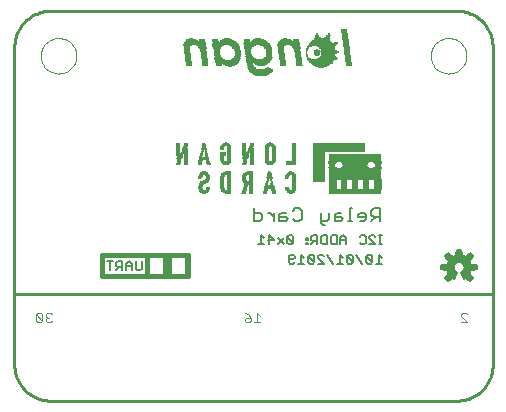
<source format=gbo>
G75*
G70*
%OFA0B0*%
%FSLAX24Y24*%
%IPPOS*%
%LPD*%
%AMOC8*
5,1,8,0,0,1.08239X$1,22.5*
%
%ADD10C,0.0080*%
%ADD11C,0.0050*%
%ADD12C,0.0100*%
%ADD13C,0.0059*%
%ADD14R,0.0089X0.0006*%
%ADD15R,0.0094X0.0006*%
%ADD16R,0.0130X0.0006*%
%ADD17R,0.0106X0.0006*%
%ADD18R,0.0201X0.0006*%
%ADD19R,0.0136X0.0006*%
%ADD20R,0.1742X0.0006*%
%ADD21R,0.0154X0.0006*%
%ADD22R,0.0112X0.0006*%
%ADD23R,0.0219X0.0006*%
%ADD24R,0.0165X0.0006*%
%ADD25R,0.1748X0.0006*%
%ADD26R,0.0177X0.0006*%
%ADD27R,0.0100X0.0006*%
%ADD28R,0.0236X0.0006*%
%ADD29R,0.0189X0.0006*%
%ADD30R,0.0195X0.0006*%
%ADD31R,0.0248X0.0006*%
%ADD32R,0.0207X0.0006*%
%ADD33R,0.0213X0.0006*%
%ADD34R,0.0260X0.0006*%
%ADD35R,0.0224X0.0006*%
%ADD36R,0.0266X0.0006*%
%ADD37R,0.0278X0.0006*%
%ADD38R,0.0254X0.0006*%
%ADD39R,0.0283X0.0006*%
%ADD40R,0.0289X0.0006*%
%ADD41R,0.0272X0.0006*%
%ADD42R,0.0295X0.0006*%
%ADD43R,0.0301X0.0006*%
%ADD44R,0.0307X0.0006*%
%ADD45R,0.0313X0.0006*%
%ADD46R,0.0319X0.0006*%
%ADD47R,0.0148X0.0006*%
%ADD48R,0.0159X0.0006*%
%ADD49R,0.0124X0.0006*%
%ADD50R,0.0118X0.0006*%
%ADD51R,0.0242X0.0006*%
%ADD52R,0.0337X0.0006*%
%ADD53R,0.0331X0.0006*%
%ADD54R,0.0325X0.0006*%
%ADD55R,0.0142X0.0006*%
%ADD56R,0.0183X0.0006*%
%ADD57R,0.0230X0.0006*%
%ADD58R,0.0419X0.0006*%
%ADD59R,0.0425X0.0006*%
%ADD60R,0.0171X0.0006*%
%ADD61R,0.0083X0.0006*%
%ADD62R,0.0041X0.0006*%
%ADD63R,0.0047X0.0006*%
%ADD64R,0.1022X0.0006*%
%ADD65R,0.0980X0.0006*%
%ADD66R,0.0957X0.0006*%
%ADD67R,0.0933X0.0006*%
%ADD68R,0.0921X0.0006*%
%ADD69R,0.0904X0.0006*%
%ADD70R,0.0892X0.0006*%
%ADD71R,0.0886X0.0006*%
%ADD72R,0.0874X0.0006*%
%ADD73R,0.0868X0.0006*%
%ADD74R,0.0856X0.0006*%
%ADD75R,0.0850X0.0006*%
%ADD76R,0.0844X0.0006*%
%ADD77R,0.0839X0.0006*%
%ADD78R,0.0833X0.0006*%
%ADD79R,0.0827X0.0006*%
%ADD80R,0.0071X0.0006*%
%ADD81R,0.0862X0.0006*%
%ADD82R,0.0880X0.0006*%
%ADD83R,0.0898X0.0006*%
%ADD84R,0.0915X0.0006*%
%ADD85R,0.0927X0.0006*%
%ADD86R,0.0945X0.0006*%
%ADD87R,0.0969X0.0006*%
%ADD88R,0.0998X0.0006*%
%ADD89R,0.0151X0.0006*%
%ADD90R,0.0239X0.0006*%
%ADD91R,0.0302X0.0006*%
%ADD92R,0.0346X0.0006*%
%ADD93R,0.0391X0.0006*%
%ADD94R,0.0422X0.0006*%
%ADD95R,0.0454X0.0006*%
%ADD96R,0.0479X0.0006*%
%ADD97R,0.0504X0.0006*%
%ADD98R,0.0529X0.0006*%
%ADD99R,0.0548X0.0006*%
%ADD100R,0.0573X0.0006*%
%ADD101R,0.0592X0.0006*%
%ADD102R,0.0611X0.0006*%
%ADD103R,0.0630X0.0006*%
%ADD104R,0.0643X0.0006*%
%ADD105R,0.0661X0.0006*%
%ADD106R,0.0674X0.0006*%
%ADD107R,0.0693X0.0006*%
%ADD108R,0.0706X0.0006*%
%ADD109R,0.0718X0.0006*%
%ADD110R,0.0731X0.0006*%
%ADD111R,0.0743X0.0006*%
%ADD112R,0.0750X0.0006*%
%ADD113R,0.0762X0.0006*%
%ADD114R,0.0775X0.0006*%
%ADD115R,0.0787X0.0006*%
%ADD116R,0.0800X0.0006*%
%ADD117R,0.0813X0.0006*%
%ADD118R,0.0806X0.0006*%
%ADD119R,0.0321X0.0006*%
%ADD120R,0.0359X0.0006*%
%ADD121R,0.0283X0.0006*%
%ADD122R,0.0328X0.0006*%
%ADD123R,0.0246X0.0006*%
%ADD124R,0.0315X0.0006*%
%ADD125R,0.0220X0.0006*%
%ADD126R,0.0296X0.0006*%
%ADD127R,0.0195X0.0006*%
%ADD128R,0.0290X0.0006*%
%ADD129R,0.0170X0.0006*%
%ADD130R,0.0277X0.0006*%
%ADD131R,0.0145X0.0006*%
%ADD132R,0.0126X0.0006*%
%ADD133R,0.0265X0.0006*%
%ADD134R,0.0107X0.0006*%
%ADD135R,0.0088X0.0006*%
%ADD136R,0.0258X0.0006*%
%ADD137R,0.0063X0.0006*%
%ADD138R,0.0252X0.0006*%
%ADD139R,0.0044X0.0006*%
%ADD140R,0.0025X0.0006*%
%ADD141R,0.0069X0.0006*%
%ADD142R,0.0006X0.0006*%
%ADD143R,0.0233X0.0006*%
%ADD144R,0.0227X0.0006*%
%ADD145R,0.0384X0.0006*%
%ADD146R,0.0409X0.0006*%
%ADD147R,0.0189X0.0006*%
%ADD148R,0.0435X0.0006*%
%ADD149R,0.0214X0.0006*%
%ADD150R,0.0460X0.0006*%
%ADD151R,0.0208X0.0006*%
%ADD152R,0.0050X0.0006*%
%ADD153R,0.0271X0.0006*%
%ADD154R,0.0485X0.0006*%
%ADD155R,0.0510X0.0006*%
%ADD156R,0.0523X0.0006*%
%ADD157R,0.0372X0.0006*%
%ADD158R,0.0561X0.0006*%
%ADD159R,0.0586X0.0006*%
%ADD160R,0.0340X0.0006*%
%ADD161R,0.0598X0.0006*%
%ADD162R,0.0365X0.0006*%
%ADD163R,0.0441X0.0006*%
%ADD164R,0.0038X0.0006*%
%ADD165R,0.0624X0.0006*%
%ADD166R,0.0416X0.0006*%
%ADD167R,0.0649X0.0006*%
%ADD168R,0.0428X0.0006*%
%ADD169R,0.0472X0.0006*%
%ADD170R,0.0491X0.0006*%
%ADD171R,0.0466X0.0006*%
%ADD172R,0.0756X0.0006*%
%ADD173R,0.0517X0.0006*%
%ADD174R,0.0769X0.0006*%
%ADD175R,0.0781X0.0006*%
%ADD176R,0.0794X0.0006*%
%ADD177R,0.0825X0.0006*%
%ADD178R,0.0838X0.0006*%
%ADD179R,0.0819X0.0006*%
%ADD180R,0.0353X0.0006*%
%ADD181R,0.0850X0.0006*%
%ADD182R,0.0334X0.0006*%
%ADD183R,0.0712X0.0006*%
%ADD184R,0.0157X0.0006*%
%ADD185R,0.0699X0.0006*%
%ADD186R,0.0309X0.0006*%
%ADD187R,0.0680X0.0006*%
%ADD188R,0.0668X0.0006*%
%ADD189R,0.0120X0.0006*%
%ADD190R,0.0655X0.0006*%
%ADD191R,0.0101X0.0006*%
%ADD192R,0.0082X0.0006*%
%ADD193R,0.0076X0.0006*%
%ADD194R,0.0535X0.0006*%
%ADD195R,0.0057X0.0006*%
%ADD196R,0.0498X0.0006*%
%ADD197R,0.0094X0.0006*%
%ADD198R,0.0132X0.0006*%
%ADD199R,0.0202X0.0006*%
%ADD200R,0.0176X0.0006*%
%ADD201R,0.0031X0.0006*%
%ADD202R,0.0183X0.0006*%
%ADD203R,0.0542X0.0006*%
%ADD204R,0.0554X0.0006*%
%ADD205R,0.0567X0.0006*%
%ADD206R,0.0580X0.0006*%
%ADD207R,0.0605X0.0006*%
%ADD208R,0.0687X0.0006*%
%ADD209R,0.0939X0.0006*%
%ADD210R,0.0932X0.0006*%
%ADD211R,0.0857X0.0006*%
%ADD212R,0.0737X0.0006*%
%ADD213R,0.0844X0.0006*%
%ADD214R,0.0724X0.0006*%
%ADD215R,0.0831X0.0006*%
%ADD216R,0.0164X0.0006*%
%ADD217R,0.0636X0.0006*%
%ADD218R,0.0397X0.0006*%
%ADD219R,0.0403X0.0006*%
%ADD220R,0.0378X0.0006*%
%ADD221R,0.0139X0.0006*%
%ADD222R,0.0113X0.0006*%
%ADD223R,0.0019X0.0006*%
%ADD224R,0.0013X0.0006*%
%ADD225C,0.0040*%
%ADD226C,0.0000*%
%ADD227C,0.0150*%
D10*
X005210Y004410D02*
X005210Y004910D01*
X005260Y004910D02*
X005260Y004410D01*
X005310Y004410D02*
X005310Y004910D01*
X005360Y004910D02*
X005360Y004410D01*
X008176Y006150D02*
X008387Y006150D01*
X008457Y006220D01*
X008457Y006360D01*
X008387Y006430D01*
X008176Y006430D01*
X008176Y006570D02*
X008176Y006150D01*
X008630Y006430D02*
X008700Y006430D01*
X008840Y006290D01*
X008840Y006150D02*
X008840Y006430D01*
X009020Y006360D02*
X009020Y006150D01*
X009231Y006150D01*
X009301Y006220D01*
X009231Y006290D01*
X009020Y006290D01*
X009020Y006360D02*
X009091Y006430D01*
X009231Y006430D01*
X009481Y006500D02*
X009551Y006570D01*
X009691Y006570D01*
X009761Y006500D01*
X009761Y006220D01*
X009691Y006150D01*
X009551Y006150D01*
X009481Y006220D01*
X010402Y006150D02*
X010612Y006150D01*
X010682Y006220D01*
X010682Y006430D01*
X010862Y006360D02*
X010862Y006150D01*
X011072Y006150D01*
X011142Y006220D01*
X011072Y006290D01*
X010862Y006290D01*
X010862Y006360D02*
X010932Y006430D01*
X011072Y006430D01*
X011379Y006570D02*
X011379Y006150D01*
X011449Y006150D02*
X011309Y006150D01*
X011629Y006290D02*
X011910Y006290D01*
X011910Y006220D02*
X011910Y006360D01*
X011840Y006430D01*
X011699Y006430D01*
X011629Y006360D01*
X011629Y006290D01*
X011699Y006150D02*
X011840Y006150D01*
X011910Y006220D01*
X012090Y006150D02*
X012230Y006290D01*
X012160Y006290D02*
X012370Y006290D01*
X012370Y006150D02*
X012370Y006570D01*
X012160Y006570D01*
X012090Y006500D01*
X012090Y006360D01*
X012160Y006290D01*
X011449Y006570D02*
X011379Y006570D01*
X010542Y006010D02*
X010472Y006010D01*
X010402Y006080D01*
X010402Y006430D01*
D11*
X010459Y005685D02*
X010409Y005635D01*
X010409Y005435D01*
X010459Y005385D01*
X010609Y005385D01*
X010609Y005685D01*
X010459Y005685D01*
X010287Y005685D02*
X010136Y005685D01*
X010086Y005635D01*
X010086Y005535D01*
X010136Y005485D01*
X010287Y005485D01*
X010287Y005385D02*
X010287Y005685D01*
X010186Y005485D02*
X010086Y005385D01*
X009964Y005385D02*
X009964Y005435D01*
X009914Y005435D01*
X009914Y005385D01*
X009964Y005385D01*
X009964Y005535D02*
X009914Y005535D01*
X009914Y005585D01*
X009964Y005585D01*
X009964Y005535D01*
X009481Y005435D02*
X009281Y005635D01*
X009281Y005435D01*
X009331Y005385D01*
X009431Y005385D01*
X009481Y005435D01*
X009481Y005635D01*
X009431Y005685D01*
X009331Y005685D01*
X009281Y005635D01*
X009159Y005585D02*
X008958Y005385D01*
X008836Y005535D02*
X008636Y005535D01*
X008514Y005585D02*
X008414Y005685D01*
X008414Y005385D01*
X008514Y005385D02*
X008314Y005385D01*
X008686Y005385D02*
X008686Y005685D01*
X008836Y005535D01*
X008958Y005585D02*
X009159Y005385D01*
X009384Y005035D02*
X009484Y005035D01*
X009535Y004985D01*
X009535Y004935D01*
X009484Y004885D01*
X009334Y004885D01*
X009334Y004785D02*
X009334Y004985D01*
X009384Y005035D01*
X009334Y004785D02*
X009384Y004735D01*
X009484Y004735D01*
X009535Y004785D01*
X009657Y004735D02*
X009857Y004735D01*
X009757Y004735D02*
X009757Y005035D01*
X009857Y004935D01*
X009979Y004985D02*
X009979Y004785D01*
X010029Y004735D01*
X010129Y004735D01*
X010179Y004785D01*
X009979Y004985D01*
X010029Y005035D01*
X010129Y005035D01*
X010179Y004985D01*
X010179Y004785D01*
X010301Y004735D02*
X010501Y004735D01*
X010301Y004935D01*
X010301Y004985D01*
X010351Y005035D01*
X010451Y005035D01*
X010501Y004985D01*
X010623Y005035D02*
X010824Y004735D01*
X010946Y004735D02*
X011146Y004735D01*
X011046Y004735D02*
X011046Y005035D01*
X011146Y004935D01*
X011268Y004985D02*
X011268Y004785D01*
X011318Y004735D01*
X011418Y004735D01*
X011468Y004785D01*
X011268Y004985D01*
X011318Y005035D01*
X011418Y005035D01*
X011468Y004985D01*
X011468Y004785D01*
X011590Y005035D02*
X011790Y004735D01*
X011913Y004785D02*
X011963Y004735D01*
X012063Y004735D01*
X012113Y004785D01*
X011913Y004985D01*
X011913Y004785D01*
X011913Y004985D02*
X011963Y005035D01*
X012063Y005035D01*
X012113Y004985D01*
X012113Y004785D01*
X012235Y004735D02*
X012435Y004735D01*
X012335Y004735D02*
X012335Y005035D01*
X012435Y004935D01*
X012435Y005385D02*
X012335Y005385D01*
X012385Y005385D02*
X012385Y005685D01*
X012435Y005685D02*
X012335Y005685D01*
X012220Y005635D02*
X012170Y005685D01*
X012070Y005685D01*
X012020Y005635D01*
X012020Y005585D01*
X012220Y005385D01*
X012020Y005385D01*
X011898Y005435D02*
X011848Y005385D01*
X011748Y005385D01*
X011698Y005435D01*
X011898Y005435D02*
X011898Y005635D01*
X011848Y005685D01*
X011748Y005685D01*
X011698Y005635D01*
X011253Y005585D02*
X011253Y005385D01*
X011253Y005535D02*
X011053Y005535D01*
X011053Y005585D02*
X011053Y005385D01*
X010931Y005385D02*
X010781Y005385D01*
X010731Y005435D01*
X010731Y005635D01*
X010781Y005685D01*
X010931Y005685D01*
X010931Y005385D01*
X011053Y005585D02*
X011153Y005685D01*
X011253Y005585D01*
X005910Y004960D02*
X005910Y004310D01*
X005410Y004310D01*
X005410Y004960D01*
X005910Y004960D01*
X005160Y004960D02*
X005160Y004310D01*
X004660Y004310D01*
X004660Y004960D01*
X005160Y004960D01*
X004435Y004810D02*
X004435Y004560D01*
X004385Y004510D01*
X004285Y004510D01*
X004235Y004560D01*
X004235Y004810D01*
X004113Y004710D02*
X004013Y004810D01*
X003913Y004710D01*
X003913Y004510D01*
X003790Y004510D02*
X003790Y004810D01*
X003640Y004810D01*
X003590Y004760D01*
X003590Y004660D01*
X003640Y004610D01*
X003790Y004610D01*
X003690Y004610D02*
X003590Y004510D01*
X003368Y004510D02*
X003368Y004810D01*
X003468Y004810D02*
X003268Y004810D01*
X003913Y004660D02*
X004113Y004660D01*
X004113Y004710D02*
X004113Y004510D01*
D12*
X001388Y000164D02*
X014932Y000164D01*
X014999Y000166D01*
X015066Y000172D01*
X015133Y000181D01*
X015199Y000194D01*
X015264Y000211D01*
X015328Y000231D01*
X015391Y000255D01*
X015453Y000283D01*
X015512Y000314D01*
X015570Y000348D01*
X015626Y000385D01*
X015680Y000426D01*
X015732Y000469D01*
X015781Y000515D01*
X015827Y000564D01*
X015870Y000616D01*
X015911Y000670D01*
X015948Y000726D01*
X015982Y000784D01*
X016013Y000843D01*
X016041Y000905D01*
X016065Y000968D01*
X016085Y001032D01*
X016102Y001097D01*
X016115Y001163D01*
X016124Y001230D01*
X016130Y001297D01*
X016132Y001364D01*
X016132Y011956D01*
X016130Y012023D01*
X016124Y012090D01*
X016115Y012157D01*
X016102Y012223D01*
X016085Y012288D01*
X016065Y012352D01*
X016041Y012415D01*
X016013Y012477D01*
X015982Y012536D01*
X015948Y012594D01*
X015911Y012650D01*
X015870Y012704D01*
X015827Y012756D01*
X015781Y012805D01*
X015732Y012851D01*
X015680Y012894D01*
X015626Y012935D01*
X015570Y012972D01*
X015512Y013006D01*
X015453Y013037D01*
X015391Y013065D01*
X015328Y013089D01*
X015264Y013109D01*
X015199Y013126D01*
X015133Y013139D01*
X015066Y013148D01*
X014999Y013154D01*
X014932Y013156D01*
X001388Y013156D01*
X001321Y013154D01*
X001254Y013148D01*
X001187Y013139D01*
X001121Y013126D01*
X001056Y013109D01*
X000992Y013089D01*
X000929Y013065D01*
X000867Y013037D01*
X000808Y013006D01*
X000750Y012972D01*
X000694Y012935D01*
X000640Y012894D01*
X000588Y012851D01*
X000539Y012805D01*
X000493Y012756D01*
X000450Y012704D01*
X000409Y012650D01*
X000372Y012594D01*
X000338Y012536D01*
X000307Y012477D01*
X000279Y012415D01*
X000255Y012352D01*
X000235Y012288D01*
X000218Y012223D01*
X000205Y012157D01*
X000196Y012090D01*
X000190Y012023D01*
X000188Y011956D01*
X000188Y001364D01*
X000190Y001297D01*
X000196Y001230D01*
X000205Y001163D01*
X000218Y001097D01*
X000235Y001032D01*
X000255Y000968D01*
X000279Y000905D01*
X000307Y000843D01*
X000338Y000784D01*
X000372Y000726D01*
X000409Y000670D01*
X000450Y000616D01*
X000493Y000564D01*
X000539Y000515D01*
X000588Y000469D01*
X000640Y000426D01*
X000694Y000385D01*
X000750Y000348D01*
X000808Y000314D01*
X000867Y000283D01*
X000929Y000255D01*
X000992Y000231D01*
X001056Y000211D01*
X001121Y000194D01*
X001187Y000181D01*
X001254Y000172D01*
X001321Y000166D01*
X001388Y000164D01*
X000160Y003710D02*
X016110Y003710D01*
D13*
X015475Y004246D02*
X015374Y004145D01*
X015225Y004266D01*
X015165Y004235D01*
X015081Y004439D01*
X015118Y004461D01*
X015150Y004490D01*
X015174Y004526D01*
X015189Y004567D01*
X015195Y004610D01*
X015189Y004654D01*
X015174Y004695D01*
X015149Y004732D01*
X015116Y004761D01*
X015077Y004782D01*
X015034Y004793D01*
X014990Y004793D01*
X014947Y004783D01*
X014908Y004763D01*
X014874Y004735D01*
X014848Y004699D01*
X014832Y004658D01*
X014826Y004614D01*
X014830Y004570D01*
X014845Y004528D01*
X014869Y004491D01*
X014901Y004461D01*
X014939Y004439D01*
X014855Y004235D01*
X014795Y004266D01*
X014646Y004145D01*
X014545Y004246D01*
X014666Y004395D01*
X014635Y004455D01*
X014614Y004519D01*
X014424Y004538D01*
X014424Y004682D01*
X014614Y004701D01*
X014635Y004765D01*
X014666Y004825D01*
X014545Y004974D01*
X014646Y005075D01*
X014795Y004954D01*
X014855Y004985D01*
X014919Y005006D01*
X014938Y005196D01*
X015082Y005196D01*
X015101Y005006D01*
X015165Y004985D01*
X015225Y004954D01*
X015374Y005075D01*
X015475Y004974D01*
X015354Y004825D01*
X015385Y004765D01*
X015406Y004701D01*
X015596Y004682D01*
X015596Y004538D01*
X015406Y004519D01*
X015385Y004455D01*
X015354Y004395D01*
X015475Y004246D01*
X015472Y004243D02*
X015253Y004243D01*
X015181Y004243D02*
X015162Y004243D01*
X015138Y004300D02*
X015431Y004300D01*
X015385Y004358D02*
X015114Y004358D01*
X015091Y004415D02*
X015365Y004415D01*
X015391Y004473D02*
X015132Y004473D01*
X015176Y004530D02*
X015522Y004530D01*
X015596Y004588D02*
X015192Y004588D01*
X015190Y004646D02*
X015596Y004646D01*
X015405Y004703D02*
X015168Y004703D01*
X015116Y004761D02*
X015387Y004761D01*
X015358Y004818D02*
X014662Y004818D01*
X014633Y004761D02*
X014904Y004761D01*
X014851Y004703D02*
X014615Y004703D01*
X014624Y004876D02*
X015396Y004876D01*
X015443Y004933D02*
X014577Y004933D01*
X014562Y004991D02*
X014750Y004991D01*
X014679Y005048D02*
X014620Y005048D01*
X014873Y004991D02*
X015147Y004991D01*
X015097Y005048D02*
X014923Y005048D01*
X014929Y005106D02*
X015091Y005106D01*
X015085Y005164D02*
X014935Y005164D01*
X015270Y004991D02*
X015458Y004991D01*
X015400Y005048D02*
X015341Y005048D01*
X014830Y004646D02*
X014424Y004646D01*
X014424Y004588D02*
X014828Y004588D01*
X014844Y004530D02*
X014498Y004530D01*
X014629Y004473D02*
X014888Y004473D01*
X014929Y004415D02*
X014655Y004415D01*
X014635Y004358D02*
X014906Y004358D01*
X014882Y004300D02*
X014589Y004300D01*
X014548Y004243D02*
X014767Y004243D01*
X014839Y004243D02*
X014858Y004243D01*
X014696Y004185D02*
X014606Y004185D01*
X015324Y004185D02*
X015414Y004185D01*
D14*
X009403Y007055D03*
X008759Y007468D03*
X008753Y007498D03*
X008753Y007504D03*
X008747Y007521D03*
X008747Y007527D03*
X008747Y007533D03*
X008741Y007545D03*
X008741Y007551D03*
X008741Y007557D03*
X008647Y007557D03*
X008641Y007533D03*
X008641Y007527D03*
X008635Y007504D03*
X008629Y007474D03*
X008694Y007769D03*
X006586Y008407D03*
X006580Y008431D03*
X006580Y008437D03*
X006574Y008460D03*
X006574Y008466D03*
X006568Y008484D03*
X006568Y008490D03*
X006568Y008496D03*
X006562Y008514D03*
X006468Y008514D03*
X006468Y008508D03*
X006462Y008490D03*
X006462Y008484D03*
X006456Y008460D03*
X006456Y008454D03*
X006450Y008431D03*
X006515Y008726D03*
X006515Y008732D03*
D15*
X006518Y008720D03*
X006565Y008508D03*
X006565Y008502D03*
X006571Y008478D03*
X006571Y008472D03*
X006577Y008454D03*
X006577Y008449D03*
X006577Y008443D03*
X006583Y008425D03*
X006583Y008419D03*
X006583Y008413D03*
X006589Y008401D03*
X006589Y008395D03*
X006589Y008390D03*
X006589Y008384D03*
X006589Y008378D03*
X006595Y008372D03*
X006595Y008366D03*
X006595Y008360D03*
X006595Y008354D03*
X006601Y008342D03*
X006601Y008336D03*
X006601Y008330D03*
X006601Y008325D03*
X006607Y008313D03*
X006607Y008307D03*
X006607Y008301D03*
X006613Y008283D03*
X006613Y008277D03*
X006613Y008271D03*
X006429Y008325D03*
X006429Y008330D03*
X006429Y008336D03*
X006435Y008348D03*
X006435Y008354D03*
X006435Y008360D03*
X006435Y008366D03*
X006441Y008378D03*
X006441Y008384D03*
X006441Y008390D03*
X006441Y008395D03*
X006447Y008401D03*
X006447Y008407D03*
X006447Y008413D03*
X006447Y008419D03*
X006447Y008425D03*
X006453Y008437D03*
X006453Y008443D03*
X006453Y008449D03*
X006459Y008466D03*
X006459Y008472D03*
X006459Y008478D03*
X006465Y008496D03*
X006465Y008502D03*
X006424Y008307D03*
X006424Y008301D03*
X006418Y008277D03*
X006418Y008271D03*
X005804Y008431D03*
X005798Y008413D03*
X005792Y008395D03*
X005786Y008384D03*
X005780Y008366D03*
X005774Y008348D03*
X005768Y008330D03*
X005762Y008319D03*
X006512Y007055D03*
X007959Y008319D03*
X007965Y008336D03*
X007971Y008348D03*
X007977Y008366D03*
X007983Y008384D03*
X007989Y008401D03*
X008000Y008431D03*
X008691Y007764D03*
X008691Y007758D03*
X008644Y007551D03*
X008644Y007545D03*
X008644Y007539D03*
X008638Y007521D03*
X008638Y007516D03*
X008638Y007510D03*
X008632Y007498D03*
X008632Y007492D03*
X008632Y007486D03*
X008632Y007480D03*
X008626Y007468D03*
X008626Y007462D03*
X008626Y007456D03*
X008626Y007451D03*
X008620Y007445D03*
X008620Y007439D03*
X008620Y007433D03*
X008620Y007427D03*
X008620Y007421D03*
X008615Y007415D03*
X008615Y007409D03*
X008615Y007403D03*
X008615Y007397D03*
X008609Y007386D03*
X008609Y007380D03*
X008609Y007374D03*
X008603Y007356D03*
X008603Y007350D03*
X008603Y007344D03*
X008597Y007321D03*
X008780Y007362D03*
X008780Y007368D03*
X008780Y007374D03*
X008780Y007380D03*
X008774Y007391D03*
X008774Y007397D03*
X008774Y007403D03*
X008774Y007409D03*
X008768Y007415D03*
X008768Y007421D03*
X008768Y007427D03*
X008768Y007433D03*
X008768Y007439D03*
X008762Y007445D03*
X008762Y007451D03*
X008762Y007456D03*
X008762Y007462D03*
X008756Y007474D03*
X008756Y007480D03*
X008756Y007486D03*
X008756Y007492D03*
X008750Y007510D03*
X008750Y007516D03*
X008744Y007539D03*
X008786Y007350D03*
X008786Y007344D03*
X008786Y007338D03*
X008792Y007321D03*
X008792Y007315D03*
D16*
X008691Y007681D03*
X008620Y008124D03*
X008821Y008124D03*
X008821Y008626D03*
X008620Y008626D03*
X008095Y008649D03*
X008095Y008655D03*
X007865Y008106D03*
X007865Y008100D03*
X007865Y008094D03*
X007870Y007669D03*
X007870Y007462D03*
X007150Y007161D03*
X006618Y007161D03*
X006412Y007356D03*
X006412Y007669D03*
X006613Y007669D03*
X007339Y008124D03*
X007339Y008626D03*
X007138Y008626D03*
X005898Y008643D03*
X005898Y008649D03*
X005898Y008655D03*
X005668Y008106D03*
X005668Y008100D03*
X005668Y008094D03*
X009311Y007161D03*
X009406Y007061D03*
X009500Y007161D03*
X009500Y007669D03*
D17*
X009518Y007628D03*
X009518Y007622D03*
X009518Y007616D03*
X009518Y007610D03*
X009518Y007604D03*
X009518Y007598D03*
X009518Y007592D03*
X009518Y007586D03*
X009518Y007580D03*
X009518Y007575D03*
X009518Y007569D03*
X009518Y007563D03*
X009518Y007557D03*
X009518Y007551D03*
X009518Y007545D03*
X009518Y007539D03*
X009518Y007533D03*
X009518Y007527D03*
X009518Y007521D03*
X009518Y007516D03*
X009518Y007510D03*
X009518Y007504D03*
X009518Y007498D03*
X009518Y007492D03*
X009518Y007486D03*
X009518Y007480D03*
X009518Y007474D03*
X009518Y007468D03*
X009518Y007462D03*
X009518Y007456D03*
X009518Y007451D03*
X009518Y007445D03*
X009518Y007439D03*
X009518Y007433D03*
X009518Y007427D03*
X009518Y007421D03*
X009518Y007415D03*
X009518Y007409D03*
X009518Y007403D03*
X009518Y007397D03*
X009518Y007391D03*
X009518Y007386D03*
X009518Y007380D03*
X009518Y007374D03*
X009518Y007368D03*
X009518Y007362D03*
X009518Y007356D03*
X009518Y007350D03*
X009518Y007344D03*
X009518Y007338D03*
X009518Y007332D03*
X009518Y007327D03*
X009518Y007321D03*
X009518Y007315D03*
X009518Y007309D03*
X009518Y007303D03*
X009518Y007297D03*
X009518Y007291D03*
X009518Y007285D03*
X009518Y007279D03*
X009518Y007273D03*
X009518Y007267D03*
X009518Y007262D03*
X009518Y007256D03*
X009518Y007250D03*
X009518Y007244D03*
X009518Y007238D03*
X009518Y007232D03*
X009518Y007226D03*
X009518Y007220D03*
X009518Y007214D03*
X009518Y007208D03*
X009518Y007203D03*
X009288Y007203D03*
X009288Y007208D03*
X009288Y007214D03*
X009288Y007220D03*
X009288Y007226D03*
X009288Y007232D03*
X009288Y007238D03*
X009288Y007244D03*
X009288Y007250D03*
X009288Y007256D03*
X008821Y007173D03*
X008821Y007167D03*
X008827Y007143D03*
X008827Y007138D03*
X008833Y007120D03*
X008833Y007114D03*
X008833Y007108D03*
X008839Y007090D03*
X008839Y007084D03*
X008839Y007079D03*
X008845Y007067D03*
X008845Y007061D03*
X008815Y007197D03*
X008573Y007208D03*
X008567Y007179D03*
X008561Y007155D03*
X008561Y007149D03*
X008555Y007126D03*
X008555Y007120D03*
X008550Y007102D03*
X008550Y007096D03*
X008550Y007090D03*
X008544Y007073D03*
X008544Y007067D03*
X008544Y007061D03*
X008083Y007061D03*
X008083Y007067D03*
X008083Y007073D03*
X008083Y007079D03*
X008083Y007084D03*
X008083Y007090D03*
X008083Y007096D03*
X008083Y007102D03*
X008083Y007108D03*
X008083Y007114D03*
X008083Y007120D03*
X008083Y007126D03*
X008083Y007132D03*
X008083Y007138D03*
X008083Y007143D03*
X008083Y007149D03*
X008083Y007155D03*
X008083Y007161D03*
X008083Y007167D03*
X008083Y007173D03*
X008083Y007179D03*
X008083Y007185D03*
X008083Y007191D03*
X008083Y007197D03*
X008083Y007203D03*
X008083Y007208D03*
X008083Y007214D03*
X008083Y007220D03*
X008083Y007226D03*
X008083Y007232D03*
X008083Y007238D03*
X008083Y007244D03*
X008083Y007250D03*
X008083Y007256D03*
X008083Y007262D03*
X008083Y007267D03*
X008083Y007273D03*
X008083Y007279D03*
X008083Y007285D03*
X008083Y007291D03*
X008083Y007297D03*
X008083Y007303D03*
X008083Y007309D03*
X008083Y007315D03*
X008083Y007321D03*
X008083Y007327D03*
X008083Y007332D03*
X008083Y007338D03*
X008083Y007344D03*
X008083Y007350D03*
X008083Y007356D03*
X008083Y007456D03*
X008083Y007462D03*
X008083Y007468D03*
X008083Y007474D03*
X008083Y007480D03*
X008083Y007486D03*
X008083Y007492D03*
X008083Y007498D03*
X008083Y007504D03*
X008083Y007510D03*
X008083Y007516D03*
X008083Y007521D03*
X008083Y007527D03*
X008083Y007533D03*
X008083Y007539D03*
X008083Y007545D03*
X008083Y007551D03*
X008083Y007557D03*
X008083Y007563D03*
X008083Y007569D03*
X008083Y007575D03*
X008083Y007580D03*
X008083Y007586D03*
X008083Y007592D03*
X008083Y007598D03*
X008083Y007604D03*
X008083Y007610D03*
X008083Y007616D03*
X008083Y007622D03*
X008083Y007628D03*
X008083Y007634D03*
X008083Y007640D03*
X008083Y007645D03*
X008083Y007651D03*
X008083Y007657D03*
X008083Y007663D03*
X008083Y007669D03*
X008083Y007675D03*
X007853Y007645D03*
X007847Y007634D03*
X007847Y007628D03*
X007847Y007622D03*
X007847Y007616D03*
X007841Y007604D03*
X007841Y007598D03*
X007841Y007592D03*
X007841Y007586D03*
X007841Y007580D03*
X007841Y007575D03*
X007841Y007569D03*
X007841Y007563D03*
X007841Y007557D03*
X007841Y007551D03*
X007841Y007545D03*
X007841Y007539D03*
X007841Y007533D03*
X007841Y007527D03*
X007847Y007516D03*
X007847Y007510D03*
X007847Y007504D03*
X007847Y007498D03*
X007853Y007486D03*
X007918Y007350D03*
X007912Y007332D03*
X007912Y007327D03*
X007906Y007315D03*
X007906Y007309D03*
X007900Y007297D03*
X007900Y007291D03*
X007894Y007279D03*
X007894Y007273D03*
X007888Y007262D03*
X007888Y007256D03*
X007882Y007244D03*
X007882Y007238D03*
X007876Y007226D03*
X007876Y007220D03*
X007870Y007208D03*
X007870Y007203D03*
X007865Y007191D03*
X007865Y007185D03*
X007859Y007173D03*
X007859Y007167D03*
X007853Y007155D03*
X007853Y007149D03*
X007847Y007132D03*
X007841Y007114D03*
X007835Y007096D03*
X007829Y007079D03*
X007823Y007061D03*
X007351Y007155D03*
X007351Y007161D03*
X007351Y007167D03*
X007351Y007173D03*
X007351Y007179D03*
X007351Y007185D03*
X007351Y007191D03*
X007351Y007197D03*
X007351Y007203D03*
X007351Y007208D03*
X007351Y007214D03*
X007351Y007220D03*
X007351Y007226D03*
X007351Y007232D03*
X007351Y007238D03*
X007351Y007244D03*
X007351Y007250D03*
X007351Y007256D03*
X007351Y007262D03*
X007351Y007267D03*
X007351Y007273D03*
X007351Y007279D03*
X007351Y007285D03*
X007351Y007291D03*
X007351Y007297D03*
X007351Y007303D03*
X007351Y007309D03*
X007351Y007315D03*
X007351Y007321D03*
X007351Y007327D03*
X007351Y007332D03*
X007351Y007338D03*
X007351Y007344D03*
X007351Y007350D03*
X007351Y007356D03*
X007351Y007362D03*
X007351Y007368D03*
X007351Y007374D03*
X007351Y007380D03*
X007351Y007386D03*
X007351Y007391D03*
X007351Y007397D03*
X007351Y007403D03*
X007351Y007409D03*
X007351Y007415D03*
X007351Y007421D03*
X007351Y007427D03*
X007351Y007433D03*
X007351Y007439D03*
X007351Y007445D03*
X007351Y007451D03*
X007351Y007456D03*
X007351Y007462D03*
X007351Y007468D03*
X007351Y007474D03*
X007351Y007480D03*
X007351Y007486D03*
X007351Y007492D03*
X007351Y007498D03*
X007351Y007504D03*
X007351Y007510D03*
X007351Y007516D03*
X007351Y007521D03*
X007351Y007527D03*
X007351Y007533D03*
X007351Y007539D03*
X007351Y007545D03*
X007351Y007551D03*
X007351Y007557D03*
X007351Y007563D03*
X007351Y007569D03*
X007351Y007575D03*
X007351Y007580D03*
X007351Y007586D03*
X007351Y007592D03*
X007351Y007598D03*
X007351Y007604D03*
X007351Y007610D03*
X007351Y007616D03*
X007351Y007622D03*
X007351Y007628D03*
X007351Y007634D03*
X007351Y007640D03*
X007351Y007645D03*
X007351Y007651D03*
X007351Y007657D03*
X007351Y007663D03*
X007351Y007669D03*
X007351Y007675D03*
X007126Y007634D03*
X007126Y007628D03*
X007126Y007622D03*
X007126Y007616D03*
X007126Y007610D03*
X007120Y007592D03*
X007120Y007586D03*
X007120Y007580D03*
X007120Y007575D03*
X007120Y007569D03*
X007120Y007563D03*
X007120Y007557D03*
X007120Y007551D03*
X007120Y007545D03*
X007120Y007539D03*
X007120Y007533D03*
X007120Y007527D03*
X007120Y007521D03*
X007120Y007516D03*
X007120Y007510D03*
X007120Y007504D03*
X007120Y007498D03*
X007120Y007492D03*
X007120Y007486D03*
X007120Y007480D03*
X007120Y007474D03*
X007120Y007468D03*
X007120Y007462D03*
X007120Y007456D03*
X007120Y007451D03*
X007120Y007445D03*
X007120Y007439D03*
X007120Y007433D03*
X007120Y007427D03*
X007120Y007421D03*
X007120Y007415D03*
X007120Y007409D03*
X007120Y007403D03*
X007120Y007397D03*
X007120Y007391D03*
X007120Y007386D03*
X007120Y007380D03*
X007120Y007374D03*
X007120Y007368D03*
X007120Y007362D03*
X007120Y007356D03*
X007120Y007350D03*
X007120Y007344D03*
X007120Y007338D03*
X007120Y007332D03*
X007120Y007327D03*
X007120Y007321D03*
X007120Y007315D03*
X007120Y007309D03*
X007120Y007303D03*
X007120Y007297D03*
X007120Y007291D03*
X007120Y007285D03*
X007120Y007279D03*
X007120Y007273D03*
X007120Y007267D03*
X007120Y007262D03*
X007120Y007256D03*
X007120Y007250D03*
X007126Y007226D03*
X007126Y007220D03*
X007126Y007214D03*
X007126Y007208D03*
X007126Y007203D03*
X007126Y007197D03*
X007132Y007191D03*
X007132Y007185D03*
X006642Y007208D03*
X006642Y007214D03*
X006642Y007220D03*
X006642Y007226D03*
X006642Y007232D03*
X006642Y007238D03*
X006642Y007244D03*
X006642Y007250D03*
X006642Y007256D03*
X006636Y007197D03*
X006400Y007191D03*
X006400Y007185D03*
X006394Y007197D03*
X006394Y007203D03*
X006394Y007208D03*
X006394Y007214D03*
X006394Y007220D03*
X006394Y007226D03*
X006388Y007256D03*
X006388Y007262D03*
X006388Y007267D03*
X006388Y007273D03*
X006394Y007291D03*
X006394Y007297D03*
X006394Y007303D03*
X006394Y007309D03*
X006394Y007315D03*
X006394Y007321D03*
X006394Y007327D03*
X006630Y007527D03*
X006630Y007533D03*
X006630Y007539D03*
X006636Y007545D03*
X006636Y007551D03*
X006636Y007557D03*
X006636Y007563D03*
X006636Y007569D03*
X006636Y007575D03*
X006636Y007580D03*
X006636Y007586D03*
X006636Y007592D03*
X006636Y007598D03*
X006636Y007604D03*
X006636Y007610D03*
X006636Y007616D03*
X006630Y007622D03*
X006630Y007628D03*
X006630Y007634D03*
X006630Y007640D03*
X006512Y007775D03*
X006394Y007628D03*
X006388Y007604D03*
X006388Y007598D03*
X006388Y007592D03*
X006388Y007586D03*
X006388Y007580D03*
X006388Y007575D03*
X006365Y008017D03*
X006365Y008023D03*
X006365Y008029D03*
X006370Y008041D03*
X006370Y008047D03*
X006370Y008053D03*
X006376Y008071D03*
X006376Y008077D03*
X006376Y008082D03*
X006382Y008100D03*
X006382Y008106D03*
X006388Y008130D03*
X006388Y008136D03*
X006394Y008159D03*
X006642Y008136D03*
X006648Y008112D03*
X006648Y008106D03*
X006654Y008082D03*
X006654Y008077D03*
X006660Y008059D03*
X006660Y008053D03*
X006660Y008047D03*
X006660Y008041D03*
X006666Y008029D03*
X006666Y008023D03*
X006666Y008017D03*
X007120Y008153D03*
X007120Y008159D03*
X007120Y008165D03*
X007120Y008171D03*
X007115Y008183D03*
X007115Y008189D03*
X007115Y008195D03*
X007115Y008201D03*
X007115Y008206D03*
X007115Y008212D03*
X007115Y008218D03*
X007115Y008224D03*
X007115Y008230D03*
X007115Y008236D03*
X007115Y008242D03*
X007115Y008248D03*
X007115Y008254D03*
X007115Y008260D03*
X007115Y008266D03*
X007115Y008271D03*
X007115Y008277D03*
X007115Y008283D03*
X007115Y008289D03*
X007115Y008295D03*
X007115Y008301D03*
X007115Y008307D03*
X007115Y008313D03*
X007115Y008319D03*
X007115Y008531D03*
X007115Y008537D03*
X007115Y008543D03*
X007115Y008549D03*
X007115Y008555D03*
X007115Y008561D03*
X007115Y008567D03*
X007120Y008579D03*
X007120Y008584D03*
X007120Y008590D03*
X007120Y008596D03*
X007239Y008732D03*
X007357Y008596D03*
X007357Y008590D03*
X007357Y008584D03*
X007357Y008579D03*
X007357Y008573D03*
X007357Y008567D03*
X007357Y008561D03*
X007357Y008555D03*
X007357Y008549D03*
X007357Y008543D03*
X007357Y008537D03*
X007357Y008531D03*
X007357Y008525D03*
X007357Y008519D03*
X007357Y008514D03*
X007357Y008508D03*
X007357Y008502D03*
X007357Y008496D03*
X007357Y008490D03*
X007357Y008484D03*
X007357Y008478D03*
X007357Y008472D03*
X007357Y008466D03*
X007357Y008460D03*
X007357Y008454D03*
X007357Y008449D03*
X007357Y008443D03*
X007357Y008437D03*
X007357Y008431D03*
X007357Y008425D03*
X007357Y008419D03*
X007357Y008413D03*
X007357Y008407D03*
X007357Y008401D03*
X007357Y008395D03*
X007357Y008390D03*
X007357Y008384D03*
X007357Y008378D03*
X007357Y008372D03*
X007357Y008366D03*
X007357Y008360D03*
X007357Y008354D03*
X007357Y008348D03*
X007357Y008342D03*
X007357Y008336D03*
X007357Y008330D03*
X007357Y008325D03*
X007357Y008319D03*
X007357Y008313D03*
X007357Y008307D03*
X007357Y008301D03*
X007357Y008295D03*
X007357Y008289D03*
X007357Y008283D03*
X007357Y008277D03*
X007357Y008271D03*
X007357Y008266D03*
X007357Y008260D03*
X007357Y008254D03*
X007357Y008248D03*
X007357Y008242D03*
X007357Y008236D03*
X007357Y008230D03*
X007357Y008224D03*
X007357Y008218D03*
X007357Y008212D03*
X007357Y008206D03*
X007357Y008201D03*
X007357Y008195D03*
X007357Y008189D03*
X007357Y008183D03*
X007357Y008177D03*
X007357Y008171D03*
X007357Y008165D03*
X007357Y008159D03*
X007357Y008153D03*
X007853Y008041D03*
X007853Y008035D03*
X007853Y008029D03*
X008107Y008029D03*
X008107Y008023D03*
X008107Y008017D03*
X008107Y008035D03*
X008107Y008041D03*
X008107Y008047D03*
X008107Y008053D03*
X008107Y008059D03*
X008107Y008065D03*
X008107Y008071D03*
X008107Y008077D03*
X008107Y008082D03*
X008107Y008088D03*
X008107Y008094D03*
X008107Y008100D03*
X008107Y008106D03*
X008107Y008112D03*
X008107Y008118D03*
X008107Y008124D03*
X008107Y008130D03*
X008107Y008136D03*
X008107Y008141D03*
X008107Y008147D03*
X008107Y008153D03*
X008107Y008159D03*
X008107Y008165D03*
X008107Y008171D03*
X008107Y008177D03*
X008107Y008183D03*
X008107Y008189D03*
X008107Y008195D03*
X008107Y008201D03*
X008107Y008206D03*
X008107Y008212D03*
X008107Y008218D03*
X008107Y008224D03*
X008107Y008230D03*
X008107Y008236D03*
X008107Y008242D03*
X008107Y008248D03*
X008107Y008254D03*
X008107Y008260D03*
X008107Y008266D03*
X008107Y008271D03*
X008107Y008277D03*
X008107Y008283D03*
X008107Y008289D03*
X008107Y008295D03*
X008107Y008301D03*
X008107Y008307D03*
X008107Y008313D03*
X008107Y008319D03*
X008107Y008325D03*
X008107Y008330D03*
X008107Y008336D03*
X008107Y008342D03*
X008107Y008348D03*
X008107Y008354D03*
X008107Y008360D03*
X008107Y008366D03*
X008107Y008372D03*
X008107Y008378D03*
X008107Y008384D03*
X008107Y008390D03*
X008107Y008395D03*
X008107Y008401D03*
X008107Y008407D03*
X008107Y008413D03*
X008107Y008419D03*
X008107Y008425D03*
X008107Y008431D03*
X007853Y008431D03*
X007853Y008437D03*
X007853Y008443D03*
X007853Y008449D03*
X007853Y008454D03*
X007853Y008460D03*
X007853Y008466D03*
X007853Y008472D03*
X007853Y008478D03*
X007853Y008484D03*
X007853Y008490D03*
X007853Y008496D03*
X007853Y008502D03*
X007853Y008508D03*
X007853Y008514D03*
X007853Y008519D03*
X007853Y008525D03*
X007853Y008531D03*
X007853Y008537D03*
X007853Y008543D03*
X007853Y008549D03*
X007853Y008555D03*
X007853Y008561D03*
X007853Y008567D03*
X007853Y008573D03*
X007853Y008579D03*
X007853Y008584D03*
X007853Y008590D03*
X007853Y008596D03*
X007853Y008602D03*
X007853Y008608D03*
X007853Y008614D03*
X007853Y008620D03*
X007853Y008626D03*
X007853Y008632D03*
X007853Y008638D03*
X007853Y008643D03*
X007853Y008649D03*
X007853Y008655D03*
X007853Y008661D03*
X007853Y008667D03*
X007853Y008673D03*
X007853Y008679D03*
X007853Y008685D03*
X007853Y008691D03*
X007853Y008697D03*
X007853Y008703D03*
X007853Y008708D03*
X007853Y008714D03*
X007853Y008720D03*
X007853Y008726D03*
X007853Y008732D03*
X008107Y008720D03*
X008107Y008714D03*
X007853Y008425D03*
X007853Y008419D03*
X007853Y008413D03*
X007853Y008407D03*
X007853Y008401D03*
X007853Y008395D03*
X007853Y008390D03*
X007853Y008384D03*
X007853Y008378D03*
X007853Y008372D03*
X007853Y008366D03*
X007853Y008360D03*
X007853Y008354D03*
X007853Y008348D03*
X007853Y008342D03*
X007853Y008336D03*
X007853Y008330D03*
X007853Y008325D03*
X007853Y008319D03*
X008603Y008319D03*
X008603Y008325D03*
X008603Y008330D03*
X008603Y008336D03*
X008603Y008342D03*
X008603Y008348D03*
X008603Y008354D03*
X008603Y008360D03*
X008603Y008366D03*
X008603Y008372D03*
X008603Y008378D03*
X008603Y008384D03*
X008603Y008390D03*
X008603Y008395D03*
X008603Y008401D03*
X008603Y008407D03*
X008603Y008413D03*
X008603Y008419D03*
X008603Y008425D03*
X008603Y008431D03*
X008603Y008437D03*
X008603Y008443D03*
X008603Y008449D03*
X008603Y008454D03*
X008603Y008460D03*
X008603Y008466D03*
X008603Y008472D03*
X008603Y008478D03*
X008603Y008484D03*
X008603Y008490D03*
X008603Y008496D03*
X008603Y008502D03*
X008603Y008508D03*
X008603Y008514D03*
X008603Y008519D03*
X008603Y008525D03*
X008603Y008531D03*
X008603Y008537D03*
X008603Y008543D03*
X008603Y008549D03*
X008603Y008555D03*
X008603Y008561D03*
X008603Y008567D03*
X008603Y008573D03*
X008603Y008579D03*
X008603Y008584D03*
X008603Y008590D03*
X008603Y008596D03*
X008721Y008732D03*
X008839Y008596D03*
X008839Y008590D03*
X008839Y008584D03*
X008839Y008579D03*
X008845Y008561D03*
X008845Y008555D03*
X008845Y008549D03*
X008845Y008543D03*
X008845Y008537D03*
X008845Y008531D03*
X008845Y008525D03*
X008845Y008519D03*
X008845Y008514D03*
X008845Y008508D03*
X008845Y008502D03*
X008845Y008496D03*
X008845Y008490D03*
X008845Y008484D03*
X008845Y008478D03*
X008845Y008472D03*
X008845Y008466D03*
X008845Y008460D03*
X008845Y008454D03*
X008845Y008449D03*
X008845Y008443D03*
X008845Y008437D03*
X008845Y008431D03*
X008845Y008425D03*
X008845Y008419D03*
X008845Y008413D03*
X008845Y008407D03*
X008845Y008401D03*
X008845Y008395D03*
X008845Y008390D03*
X008845Y008384D03*
X008845Y008378D03*
X008845Y008372D03*
X008845Y008366D03*
X008845Y008360D03*
X008845Y008354D03*
X008845Y008348D03*
X008845Y008342D03*
X008845Y008336D03*
X008845Y008330D03*
X008845Y008325D03*
X008845Y008319D03*
X008845Y008313D03*
X008845Y008307D03*
X008845Y008301D03*
X008845Y008295D03*
X008845Y008289D03*
X008845Y008283D03*
X008845Y008277D03*
X008845Y008271D03*
X008845Y008266D03*
X008845Y008260D03*
X008845Y008254D03*
X008845Y008248D03*
X008845Y008242D03*
X008845Y008236D03*
X008845Y008230D03*
X008845Y008224D03*
X008845Y008218D03*
X008845Y008212D03*
X008845Y008206D03*
X008845Y008201D03*
X008845Y008195D03*
X008845Y008189D03*
X008839Y008171D03*
X008839Y008165D03*
X008839Y008159D03*
X008839Y008153D03*
X008721Y008017D03*
X008603Y008153D03*
X008603Y008159D03*
X008603Y008165D03*
X008603Y008171D03*
X008603Y008177D03*
X008603Y008183D03*
X008603Y008189D03*
X008603Y008195D03*
X008603Y008201D03*
X008603Y008206D03*
X008603Y008212D03*
X008603Y008218D03*
X008603Y008224D03*
X008603Y008230D03*
X008603Y008236D03*
X008603Y008242D03*
X008603Y008248D03*
X008603Y008254D03*
X008603Y008260D03*
X008603Y008266D03*
X008603Y008271D03*
X008603Y008277D03*
X008603Y008283D03*
X008603Y008289D03*
X008603Y008295D03*
X008603Y008301D03*
X008603Y008307D03*
X008603Y008313D03*
X008691Y007734D03*
X009288Y007628D03*
X009288Y007622D03*
X009288Y007616D03*
X009288Y007610D03*
X009288Y007604D03*
X009288Y007598D03*
X009288Y007592D03*
X009288Y007586D03*
X009288Y007580D03*
X009288Y007575D03*
X009512Y008124D03*
X009512Y008130D03*
X009512Y008136D03*
X009512Y008141D03*
X009512Y008147D03*
X009512Y008153D03*
X009512Y008159D03*
X009512Y008165D03*
X009512Y008171D03*
X009512Y008177D03*
X009512Y008183D03*
X009512Y008189D03*
X009512Y008195D03*
X009512Y008201D03*
X009512Y008206D03*
X009512Y008212D03*
X009512Y008218D03*
X009512Y008224D03*
X009512Y008230D03*
X009512Y008236D03*
X009512Y008242D03*
X009512Y008248D03*
X009512Y008254D03*
X009512Y008260D03*
X009512Y008266D03*
X009512Y008271D03*
X009512Y008277D03*
X009512Y008283D03*
X009512Y008289D03*
X009512Y008295D03*
X009512Y008301D03*
X009512Y008307D03*
X009512Y008313D03*
X009512Y008319D03*
X009512Y008325D03*
X009512Y008330D03*
X009512Y008336D03*
X009512Y008342D03*
X009512Y008348D03*
X009512Y008354D03*
X009512Y008360D03*
X009512Y008366D03*
X009512Y008372D03*
X009512Y008378D03*
X009512Y008384D03*
X009512Y008390D03*
X009512Y008395D03*
X009512Y008401D03*
X009512Y008407D03*
X009512Y008413D03*
X009512Y008419D03*
X009512Y008425D03*
X009512Y008431D03*
X009512Y008437D03*
X009512Y008443D03*
X009512Y008449D03*
X009512Y008454D03*
X009512Y008460D03*
X009512Y008466D03*
X009512Y008472D03*
X009512Y008478D03*
X009512Y008484D03*
X009512Y008490D03*
X009512Y008496D03*
X009512Y008502D03*
X009512Y008508D03*
X009512Y008514D03*
X009512Y008519D03*
X009512Y008525D03*
X009512Y008531D03*
X009512Y008537D03*
X009512Y008543D03*
X009512Y008549D03*
X009512Y008555D03*
X009512Y008561D03*
X009512Y008567D03*
X009512Y008573D03*
X009512Y008579D03*
X009512Y008584D03*
X009512Y008590D03*
X009512Y008596D03*
X009512Y008602D03*
X009512Y008608D03*
X009512Y008614D03*
X009512Y008620D03*
X009512Y008626D03*
X009512Y008632D03*
X009512Y008638D03*
X009512Y008643D03*
X009512Y008649D03*
X009512Y008655D03*
X009512Y008661D03*
X009512Y008667D03*
X009512Y008673D03*
X009512Y008679D03*
X009512Y008685D03*
X009512Y008691D03*
X009512Y008697D03*
X009512Y008703D03*
X009512Y008708D03*
X009512Y008714D03*
X009512Y008720D03*
X009512Y008726D03*
X009512Y008732D03*
X005910Y008720D03*
X005910Y008714D03*
X005910Y008708D03*
X005656Y008708D03*
X005656Y008703D03*
X005656Y008697D03*
X005656Y008691D03*
X005656Y008685D03*
X005656Y008679D03*
X005656Y008673D03*
X005656Y008667D03*
X005656Y008661D03*
X005656Y008655D03*
X005656Y008649D03*
X005656Y008643D03*
X005656Y008638D03*
X005656Y008632D03*
X005656Y008626D03*
X005656Y008620D03*
X005656Y008614D03*
X005656Y008608D03*
X005656Y008602D03*
X005656Y008596D03*
X005656Y008590D03*
X005656Y008584D03*
X005656Y008579D03*
X005656Y008573D03*
X005656Y008567D03*
X005656Y008561D03*
X005656Y008555D03*
X005656Y008549D03*
X005656Y008543D03*
X005656Y008537D03*
X005656Y008531D03*
X005656Y008525D03*
X005656Y008519D03*
X005656Y008514D03*
X005656Y008508D03*
X005656Y008502D03*
X005656Y008496D03*
X005656Y008490D03*
X005656Y008484D03*
X005656Y008478D03*
X005656Y008472D03*
X005656Y008466D03*
X005656Y008460D03*
X005656Y008454D03*
X005656Y008449D03*
X005656Y008443D03*
X005656Y008437D03*
X005656Y008431D03*
X005656Y008425D03*
X005656Y008419D03*
X005656Y008413D03*
X005656Y008407D03*
X005656Y008401D03*
X005656Y008395D03*
X005656Y008390D03*
X005656Y008384D03*
X005656Y008378D03*
X005656Y008372D03*
X005656Y008366D03*
X005656Y008360D03*
X005656Y008354D03*
X005656Y008348D03*
X005656Y008342D03*
X005656Y008336D03*
X005656Y008330D03*
X005656Y008325D03*
X005656Y008319D03*
X005910Y008319D03*
X005910Y008325D03*
X005910Y008330D03*
X005910Y008336D03*
X005910Y008342D03*
X005910Y008348D03*
X005910Y008354D03*
X005910Y008360D03*
X005910Y008366D03*
X005910Y008372D03*
X005910Y008378D03*
X005910Y008384D03*
X005910Y008390D03*
X005910Y008395D03*
X005910Y008401D03*
X005910Y008407D03*
X005910Y008413D03*
X005910Y008419D03*
X005910Y008425D03*
X005910Y008431D03*
X005910Y008313D03*
X005910Y008307D03*
X005910Y008301D03*
X005910Y008295D03*
X005910Y008289D03*
X005910Y008283D03*
X005910Y008277D03*
X005910Y008271D03*
X005910Y008266D03*
X005910Y008260D03*
X005910Y008254D03*
X005910Y008248D03*
X005910Y008242D03*
X005910Y008236D03*
X005910Y008230D03*
X005910Y008224D03*
X005910Y008218D03*
X005910Y008212D03*
X005910Y008206D03*
X005910Y008201D03*
X005910Y008195D03*
X005910Y008189D03*
X005910Y008183D03*
X005910Y008177D03*
X005910Y008171D03*
X005910Y008165D03*
X005910Y008159D03*
X005910Y008153D03*
X005910Y008147D03*
X005910Y008141D03*
X005910Y008136D03*
X005910Y008130D03*
X005910Y008124D03*
X005910Y008118D03*
X005910Y008112D03*
X005910Y008106D03*
X005910Y008100D03*
X005910Y008094D03*
X005910Y008088D03*
X005910Y008082D03*
X005910Y008077D03*
X005910Y008071D03*
X005910Y008065D03*
X005910Y008059D03*
X005910Y008053D03*
X005910Y008047D03*
X005910Y008041D03*
X005910Y008035D03*
X005910Y008029D03*
X005910Y008023D03*
X005910Y008017D03*
X005656Y008029D03*
X005656Y008035D03*
X005656Y008041D03*
X005656Y008714D03*
X005656Y008720D03*
X005656Y008726D03*
X005656Y008732D03*
D18*
X005863Y008460D03*
X005863Y008454D03*
X005863Y008449D03*
X005703Y008301D03*
X005703Y008295D03*
X005703Y008289D03*
X006512Y007752D03*
X006459Y007391D03*
X007304Y007061D03*
X007900Y008289D03*
X007900Y008295D03*
X007900Y008301D03*
X008059Y008449D03*
X008059Y008454D03*
X008059Y008460D03*
X009406Y007752D03*
D19*
X009403Y007769D03*
X009491Y007675D03*
X008694Y007675D03*
X008694Y007669D03*
X008694Y007663D03*
X007867Y008112D03*
X007867Y008118D03*
X007867Y008124D03*
X008092Y008632D03*
X008092Y008638D03*
X008092Y008643D03*
X008629Y008632D03*
X007330Y008632D03*
X006515Y008632D03*
X006515Y008638D03*
X006515Y008626D03*
X006515Y008620D03*
X005895Y008626D03*
X005895Y008632D03*
X005895Y008638D03*
X005671Y008124D03*
X005671Y008118D03*
X005671Y008112D03*
X006604Y007675D03*
X006610Y007498D03*
X006515Y007061D03*
D20*
X011003Y008732D03*
X011547Y008342D03*
X011547Y007067D03*
D21*
X009406Y007067D03*
X009323Y007155D03*
X008691Y007628D03*
X007882Y007456D03*
X007876Y008159D03*
X007876Y008165D03*
X007876Y008171D03*
X008083Y008579D03*
X008083Y008584D03*
X008083Y008590D03*
X006429Y007155D03*
X005679Y008159D03*
X005679Y008165D03*
X005679Y008171D03*
X005886Y008579D03*
X005886Y008584D03*
X005886Y008590D03*
D22*
X005907Y008697D03*
X005907Y008703D03*
X006515Y008691D03*
X006515Y008685D03*
X006515Y008679D03*
X006515Y008673D03*
X007123Y008608D03*
X007123Y008602D03*
X007129Y008614D03*
X007348Y008614D03*
X007354Y008608D03*
X007354Y008602D03*
X007354Y008147D03*
X007354Y008141D03*
X007348Y008136D03*
X007236Y008017D03*
X007123Y008141D03*
X007123Y008147D03*
X007135Y007651D03*
X007129Y007645D03*
X007129Y007640D03*
X007135Y007179D03*
X006639Y007203D03*
X006633Y007191D03*
X006633Y007185D03*
X006403Y007179D03*
X006403Y007173D03*
X006397Y007332D03*
X006397Y007338D03*
X006403Y007344D03*
X006627Y007521D03*
X006627Y007645D03*
X006621Y007651D03*
X006621Y007657D03*
X006397Y007640D03*
X006397Y007634D03*
X006391Y007622D03*
X006391Y007616D03*
X006391Y007610D03*
X005659Y008047D03*
X005659Y008053D03*
X005659Y008059D03*
X007832Y007090D03*
X007832Y007084D03*
X007826Y007073D03*
X007826Y007067D03*
X007838Y007102D03*
X007838Y007108D03*
X007844Y007120D03*
X007844Y007126D03*
X007850Y007138D03*
X007850Y007143D03*
X007856Y007161D03*
X007862Y007179D03*
X007867Y007197D03*
X007873Y007214D03*
X007879Y007232D03*
X007856Y007480D03*
X007850Y007492D03*
X007850Y007640D03*
X007856Y007651D03*
X007856Y008047D03*
X007856Y008053D03*
X007856Y008059D03*
X008606Y008141D03*
X008606Y008147D03*
X008612Y008136D03*
X008836Y008141D03*
X008836Y008147D03*
X008694Y007728D03*
X008694Y007722D03*
X008694Y007716D03*
X009291Y007640D03*
X009291Y007634D03*
X009297Y007645D03*
X009297Y007651D03*
X009509Y007651D03*
X009509Y007657D03*
X009515Y007645D03*
X009515Y007640D03*
X009515Y007634D03*
X009515Y007197D03*
X009515Y007191D03*
X009515Y007185D03*
X009509Y007179D03*
X009509Y007173D03*
X009297Y007179D03*
X009297Y007185D03*
X009291Y007191D03*
X009291Y007197D03*
X008836Y008602D03*
X008836Y008608D03*
X008830Y008614D03*
X008612Y008614D03*
X008606Y008608D03*
X008606Y008602D03*
X008104Y008697D03*
X008104Y008703D03*
X008104Y008708D03*
D23*
X009403Y007746D03*
X010779Y007970D03*
X010779Y007976D03*
X010779Y007982D03*
X010779Y007988D03*
X010779Y007994D03*
X010779Y008000D03*
X010779Y008006D03*
X010779Y008012D03*
X010779Y008017D03*
X012308Y008017D03*
X012308Y008012D03*
X012308Y008006D03*
X012308Y008000D03*
X012308Y007994D03*
X012308Y007988D03*
X012308Y007982D03*
X012308Y007976D03*
X012308Y007970D03*
X012308Y007964D03*
X012308Y007958D03*
X012308Y008023D03*
X012308Y008029D03*
X007295Y007067D03*
D24*
X006512Y007067D03*
X006512Y007764D03*
X007239Y008029D03*
X007882Y008195D03*
X007882Y008201D03*
X007882Y008206D03*
X008077Y008549D03*
X008077Y008555D03*
X008077Y008561D03*
X008721Y008720D03*
X008721Y008029D03*
X008691Y007604D03*
X008691Y007598D03*
X007239Y008720D03*
X006518Y008561D03*
X005880Y008555D03*
X005880Y008549D03*
X005685Y008201D03*
X005685Y008195D03*
D25*
X011000Y008466D03*
X011000Y008472D03*
X011000Y008478D03*
X011000Y008484D03*
X011000Y008490D03*
X011000Y008496D03*
X011000Y008502D03*
X011000Y008508D03*
X011000Y008514D03*
X011000Y008519D03*
X011000Y008525D03*
X011000Y008531D03*
X011000Y008537D03*
X011000Y008543D03*
X011000Y008549D03*
X011000Y008555D03*
X011000Y008561D03*
X011000Y008567D03*
X011000Y008573D03*
X011000Y008579D03*
X011000Y008584D03*
X011000Y008590D03*
X011000Y008596D03*
X011000Y008602D03*
X011000Y008608D03*
X011000Y008614D03*
X011000Y008620D03*
X011000Y008626D03*
X011000Y008632D03*
X011000Y008638D03*
X011000Y008643D03*
X011000Y008649D03*
X011000Y008655D03*
X011000Y008661D03*
X011000Y008667D03*
X011000Y008673D03*
X011000Y008679D03*
X011000Y008685D03*
X011000Y008691D03*
X011000Y008697D03*
X011000Y008703D03*
X011000Y008708D03*
X011000Y008714D03*
X011000Y008720D03*
X011000Y008726D03*
X011544Y008336D03*
X011544Y008330D03*
X011544Y008325D03*
X011544Y008319D03*
X011544Y008313D03*
X011544Y008307D03*
X011544Y008301D03*
X011544Y008295D03*
X011544Y008289D03*
X011544Y008283D03*
X011544Y008277D03*
X011544Y008271D03*
X011544Y008266D03*
X011544Y008260D03*
X011544Y008254D03*
X011544Y008248D03*
X011544Y008242D03*
X011544Y008236D03*
X011544Y008230D03*
X011544Y008224D03*
X011544Y008218D03*
X011544Y008212D03*
X011544Y008206D03*
X011544Y008201D03*
X011544Y008195D03*
X011544Y008189D03*
X011544Y008183D03*
X011544Y008177D03*
X011544Y008171D03*
X011544Y008165D03*
X011544Y008159D03*
X011544Y008153D03*
X011544Y008147D03*
X011544Y008141D03*
X011544Y008136D03*
X011544Y008130D03*
X011544Y008124D03*
X011544Y008118D03*
X011544Y007870D03*
X011544Y007864D03*
X011544Y007858D03*
X011544Y007852D03*
X011544Y007846D03*
X011544Y007840D03*
X011544Y007834D03*
X011544Y007829D03*
X011544Y007823D03*
X011544Y007817D03*
X011544Y007811D03*
X011544Y007805D03*
X011544Y007799D03*
X011544Y007793D03*
X011544Y007787D03*
X011544Y007781D03*
X011544Y007775D03*
X011544Y007769D03*
X011544Y007764D03*
X011544Y007758D03*
X011544Y007752D03*
X011544Y007746D03*
X011544Y007740D03*
X011544Y007734D03*
X011544Y007728D03*
X011544Y007722D03*
X011544Y007716D03*
X011544Y007710D03*
X011544Y007704D03*
X011544Y007699D03*
X011544Y007693D03*
X011544Y007687D03*
X011544Y007681D03*
X011544Y007675D03*
X011544Y007669D03*
X011544Y007663D03*
X011544Y007657D03*
X011544Y007651D03*
X011544Y007645D03*
X011544Y007640D03*
X011544Y007634D03*
X011544Y007628D03*
X011544Y007622D03*
X011544Y007616D03*
X011544Y007610D03*
X011544Y007604D03*
X011544Y007598D03*
X011544Y007592D03*
X011544Y007586D03*
X011544Y007580D03*
X011544Y007575D03*
X011544Y007569D03*
X011544Y007563D03*
X011544Y007557D03*
X011544Y007551D03*
X011544Y007545D03*
X011544Y007539D03*
X011544Y007533D03*
X011544Y007185D03*
X011544Y007179D03*
X011544Y007173D03*
X011544Y007167D03*
X011544Y007161D03*
X011544Y007155D03*
X011544Y007149D03*
X011544Y007143D03*
X011544Y007138D03*
X011544Y007132D03*
X011544Y007126D03*
X011544Y007120D03*
X011544Y007114D03*
X011544Y007108D03*
X011544Y007102D03*
X011544Y007096D03*
X011544Y007090D03*
X011544Y007084D03*
X011544Y007079D03*
X011544Y007073D03*
D26*
X011550Y007191D03*
X011550Y007197D03*
X011550Y007203D03*
X011550Y007208D03*
X011550Y007214D03*
X011550Y007220D03*
X011550Y007226D03*
X011550Y007232D03*
X011550Y007238D03*
X011550Y007244D03*
X011550Y007250D03*
X011550Y007256D03*
X011550Y007262D03*
X011550Y007267D03*
X011550Y007273D03*
X011550Y007279D03*
X011550Y007285D03*
X011550Y007291D03*
X011550Y007297D03*
X011550Y007303D03*
X011550Y007309D03*
X011550Y007315D03*
X011550Y007321D03*
X011550Y007327D03*
X011550Y007332D03*
X011550Y007338D03*
X011550Y007344D03*
X011550Y007350D03*
X011550Y007356D03*
X011550Y007362D03*
X011550Y007368D03*
X011550Y007374D03*
X011550Y007380D03*
X011550Y007386D03*
X011550Y007391D03*
X011550Y007397D03*
X011550Y007403D03*
X011550Y007409D03*
X011550Y007415D03*
X011550Y007421D03*
X011550Y007427D03*
X011550Y007433D03*
X011550Y007439D03*
X011550Y007445D03*
X011550Y007451D03*
X011550Y007456D03*
X011550Y007462D03*
X011550Y007468D03*
X011550Y007474D03*
X011550Y007480D03*
X011550Y007486D03*
X011550Y007492D03*
X011550Y007498D03*
X011550Y007504D03*
X011550Y007510D03*
X011550Y007516D03*
X011550Y007521D03*
X011550Y007527D03*
X011904Y007527D03*
X011904Y007521D03*
X011904Y007516D03*
X011904Y007510D03*
X011904Y007504D03*
X011904Y007498D03*
X011904Y007492D03*
X011904Y007486D03*
X011904Y007480D03*
X011904Y007474D03*
X011904Y007468D03*
X011904Y007462D03*
X011904Y007456D03*
X011904Y007451D03*
X011904Y007445D03*
X011904Y007439D03*
X011904Y007433D03*
X011904Y007427D03*
X011904Y007421D03*
X011904Y007415D03*
X011904Y007409D03*
X011904Y007403D03*
X011904Y007397D03*
X011904Y007391D03*
X011904Y007386D03*
X011904Y007380D03*
X011904Y007374D03*
X011904Y007368D03*
X011904Y007362D03*
X011904Y007356D03*
X011904Y007350D03*
X011904Y007344D03*
X011904Y007338D03*
X011904Y007332D03*
X011904Y007327D03*
X011904Y007321D03*
X011904Y007315D03*
X011904Y007309D03*
X011904Y007303D03*
X011904Y007297D03*
X011904Y007291D03*
X011904Y007285D03*
X011904Y007279D03*
X011904Y007273D03*
X011904Y007267D03*
X011904Y007262D03*
X011904Y007256D03*
X011904Y007250D03*
X011904Y007244D03*
X011904Y007238D03*
X011904Y007232D03*
X011904Y007226D03*
X011904Y007220D03*
X011904Y007214D03*
X011904Y007208D03*
X011904Y007203D03*
X011904Y007197D03*
X011904Y007191D03*
X011189Y007191D03*
X011189Y007197D03*
X011189Y007203D03*
X011189Y007208D03*
X011189Y007214D03*
X011189Y007220D03*
X011189Y007226D03*
X011189Y007232D03*
X011189Y007238D03*
X011189Y007244D03*
X011189Y007250D03*
X011189Y007256D03*
X011189Y007262D03*
X011189Y007267D03*
X011189Y007273D03*
X011189Y007279D03*
X011189Y007285D03*
X011189Y007291D03*
X011189Y007297D03*
X011189Y007303D03*
X011189Y007309D03*
X011189Y007315D03*
X011189Y007321D03*
X011189Y007327D03*
X011189Y007332D03*
X011189Y007338D03*
X011189Y007344D03*
X011189Y007350D03*
X011189Y007356D03*
X011189Y007362D03*
X011189Y007368D03*
X011189Y007374D03*
X011189Y007380D03*
X011189Y007386D03*
X011189Y007391D03*
X011189Y007397D03*
X011189Y007403D03*
X011189Y007409D03*
X011189Y007415D03*
X011189Y007421D03*
X011189Y007427D03*
X011189Y007433D03*
X011189Y007439D03*
X011189Y007445D03*
X011189Y007451D03*
X011189Y007456D03*
X011189Y007462D03*
X011189Y007468D03*
X011189Y007474D03*
X011189Y007480D03*
X011189Y007486D03*
X011189Y007492D03*
X011189Y007498D03*
X011189Y007504D03*
X011189Y007510D03*
X011189Y007516D03*
X011189Y007521D03*
X011189Y007527D03*
X009406Y007073D03*
X008691Y007575D03*
X007888Y008224D03*
X007888Y008230D03*
X007888Y008236D03*
X008071Y008514D03*
X008071Y008519D03*
X008071Y008525D03*
X007315Y007775D03*
X006441Y007380D03*
X005691Y008224D03*
X005691Y008230D03*
X005691Y008236D03*
X005874Y008514D03*
X005874Y008519D03*
X005874Y008525D03*
D27*
X005801Y008425D03*
X005801Y008419D03*
X005795Y008407D03*
X005795Y008401D03*
X005789Y008390D03*
X005783Y008378D03*
X005783Y008372D03*
X005777Y008360D03*
X005777Y008354D03*
X005771Y008342D03*
X005771Y008336D03*
X005765Y008325D03*
X005653Y008023D03*
X005653Y008017D03*
X006367Y008035D03*
X006373Y008059D03*
X006373Y008065D03*
X006379Y008088D03*
X006379Y008094D03*
X006385Y008112D03*
X006385Y008118D03*
X006385Y008124D03*
X006391Y008141D03*
X006391Y008147D03*
X006391Y008153D03*
X006397Y008165D03*
X006421Y008283D03*
X006421Y008289D03*
X006421Y008295D03*
X006427Y008313D03*
X006427Y008319D03*
X006432Y008342D03*
X006438Y008372D03*
X006598Y008348D03*
X006604Y008319D03*
X006610Y008295D03*
X006610Y008289D03*
X006633Y008165D03*
X006639Y008159D03*
X006639Y008153D03*
X006639Y008147D03*
X006639Y008141D03*
X006645Y008130D03*
X006645Y008124D03*
X006645Y008118D03*
X006651Y008100D03*
X006651Y008094D03*
X006651Y008088D03*
X006657Y008071D03*
X006657Y008065D03*
X006663Y008035D03*
X007117Y008177D03*
X007117Y008573D03*
X006515Y008697D03*
X006515Y008703D03*
X006515Y008708D03*
X006515Y008714D03*
X005913Y008726D03*
X005913Y008732D03*
X006391Y007569D03*
X006391Y007285D03*
X006391Y007279D03*
X006391Y007250D03*
X006391Y007244D03*
X006391Y007238D03*
X006391Y007232D03*
X007123Y007232D03*
X007123Y007238D03*
X007123Y007244D03*
X007123Y007598D03*
X007123Y007604D03*
X007844Y007610D03*
X007844Y007521D03*
X007921Y007356D03*
X007915Y007344D03*
X007915Y007338D03*
X007909Y007321D03*
X007903Y007303D03*
X007897Y007285D03*
X007891Y007267D03*
X007885Y007250D03*
X008553Y007114D03*
X008553Y007108D03*
X008558Y007132D03*
X008558Y007138D03*
X008558Y007143D03*
X008564Y007161D03*
X008564Y007167D03*
X008564Y007173D03*
X008570Y007185D03*
X008570Y007191D03*
X008570Y007197D03*
X008570Y007203D03*
X008594Y007315D03*
X008600Y007327D03*
X008600Y007332D03*
X008600Y007338D03*
X008606Y007362D03*
X008606Y007368D03*
X008612Y007391D03*
X008777Y007386D03*
X008783Y007356D03*
X008789Y007332D03*
X008789Y007327D03*
X008812Y007208D03*
X008812Y007203D03*
X008818Y007191D03*
X008818Y007185D03*
X008818Y007179D03*
X008824Y007161D03*
X008824Y007155D03*
X008824Y007149D03*
X008830Y007132D03*
X008830Y007126D03*
X008836Y007102D03*
X008836Y007096D03*
X008842Y007073D03*
X008547Y007079D03*
X008547Y007084D03*
X009291Y007262D03*
X009291Y007569D03*
X009403Y007775D03*
X008842Y008177D03*
X008842Y008183D03*
X008842Y008567D03*
X008842Y008573D03*
X008110Y008726D03*
X008110Y008732D03*
X007997Y008425D03*
X007997Y008419D03*
X007991Y008413D03*
X007991Y008407D03*
X007986Y008395D03*
X007986Y008390D03*
X007980Y008378D03*
X007980Y008372D03*
X007974Y008360D03*
X007974Y008354D03*
X007968Y008342D03*
X007962Y008330D03*
X007962Y008325D03*
X007850Y008023D03*
X007850Y008017D03*
X008694Y007752D03*
X008694Y007746D03*
X008694Y007740D03*
D28*
X008721Y008053D03*
X008721Y008697D03*
X007239Y008697D03*
X007239Y008053D03*
X006512Y007740D03*
X006524Y007439D03*
X006506Y007427D03*
X006500Y007421D03*
X006512Y007090D03*
X007286Y007073D03*
X009406Y007096D03*
X010788Y007929D03*
X010788Y007935D03*
X010788Y008059D03*
X012300Y008059D03*
X012300Y008065D03*
X012300Y007929D03*
X012300Y007923D03*
D29*
X008721Y008035D03*
X008042Y007775D03*
X007894Y008260D03*
X007894Y008266D03*
X007894Y008271D03*
X008065Y008484D03*
X008065Y008490D03*
X008721Y008714D03*
X007239Y008714D03*
X007156Y008407D03*
X007156Y008401D03*
X007156Y008395D03*
X007156Y008390D03*
X007156Y008384D03*
X007156Y008378D03*
X007156Y008372D03*
X007156Y008366D03*
X007156Y008360D03*
X007156Y008354D03*
X007156Y008348D03*
X007156Y008342D03*
X007156Y008336D03*
X007156Y008330D03*
X007156Y008325D03*
X007239Y008035D03*
X006512Y007758D03*
X006512Y007073D03*
X005697Y008260D03*
X005697Y008266D03*
X005868Y008478D03*
X005868Y008484D03*
X005868Y008490D03*
D30*
X005866Y008472D03*
X005866Y008466D03*
X005700Y008283D03*
X005700Y008277D03*
X005700Y008271D03*
X006568Y007468D03*
X007897Y008277D03*
X007897Y008283D03*
X008062Y008466D03*
X008062Y008472D03*
X008062Y008478D03*
X009409Y007079D03*
D31*
X009406Y007102D03*
X008721Y008059D03*
X008721Y008691D03*
X007239Y008691D03*
X007239Y008059D03*
X007280Y007758D03*
X007280Y007079D03*
X006512Y007734D03*
X010794Y007917D03*
X010794Y008077D03*
X012294Y008077D03*
X012294Y007911D03*
D32*
X008056Y008437D03*
X008056Y008443D03*
X007903Y008313D03*
X007903Y008307D03*
X007236Y008041D03*
X006556Y007462D03*
X006468Y007397D03*
X006515Y007079D03*
X005706Y008307D03*
X005706Y008313D03*
X005860Y008437D03*
X005860Y008443D03*
D33*
X006548Y007456D03*
X007298Y007769D03*
X007239Y008708D03*
X008721Y008708D03*
X008721Y008041D03*
X009406Y007084D03*
D34*
X009406Y007108D03*
X008721Y008065D03*
X008006Y007758D03*
X008006Y007386D03*
X008006Y007380D03*
X008006Y007374D03*
X007274Y007084D03*
X006512Y007728D03*
X007239Y008065D03*
X007239Y008685D03*
X008721Y008685D03*
X010800Y008088D03*
X010800Y007905D03*
X012288Y007899D03*
X012288Y008088D03*
D35*
X012305Y008047D03*
X012305Y008041D03*
X012305Y008035D03*
X012305Y007953D03*
X012305Y007947D03*
X010782Y007953D03*
X010782Y007958D03*
X010782Y007964D03*
X010782Y008023D03*
X010782Y008029D03*
X010782Y008035D03*
X009406Y007090D03*
X008721Y008047D03*
X008024Y007769D03*
X007239Y008047D03*
X007239Y008703D03*
X006512Y007746D03*
X006477Y007403D03*
X006512Y007084D03*
X008721Y008703D03*
D36*
X008003Y007752D03*
X008003Y007368D03*
X008003Y007362D03*
X007271Y007090D03*
X007271Y007746D03*
X006515Y007102D03*
X009403Y007722D03*
X010803Y007899D03*
X012285Y008094D03*
D37*
X012279Y008100D03*
X012279Y007888D03*
X010808Y008100D03*
X009403Y007710D03*
X009403Y007120D03*
X007997Y007397D03*
X007997Y007746D03*
X007265Y007734D03*
X007265Y007096D03*
X006515Y007114D03*
X006509Y007716D03*
D38*
X006515Y007096D03*
X007277Y007752D03*
X009403Y007728D03*
X010797Y007911D03*
X010797Y008082D03*
X010797Y007527D03*
X010797Y007521D03*
X010797Y007516D03*
X010797Y007510D03*
X010797Y007504D03*
X010797Y007498D03*
X010797Y007492D03*
X010797Y007486D03*
X010797Y007480D03*
X010797Y007474D03*
X010797Y007468D03*
X010797Y007462D03*
X010797Y007456D03*
X010797Y007451D03*
X010797Y007445D03*
X010797Y007439D03*
X010797Y007433D03*
X010797Y007427D03*
X010797Y007421D03*
X010797Y007415D03*
X010797Y007409D03*
X010797Y007403D03*
X010797Y007397D03*
X010797Y007391D03*
X010797Y007386D03*
X010797Y007380D03*
X010797Y007374D03*
X010797Y007368D03*
X010797Y007362D03*
X010797Y007356D03*
X010797Y007350D03*
X010797Y007344D03*
X010797Y007338D03*
X010797Y007332D03*
X010797Y007327D03*
X010797Y007321D03*
X010797Y007315D03*
X010797Y007309D03*
X010797Y007303D03*
X010797Y007297D03*
X010797Y007291D03*
X010797Y007285D03*
X010797Y007279D03*
X010797Y007273D03*
X010797Y007267D03*
X010797Y007262D03*
X010797Y007256D03*
X010797Y007250D03*
X010797Y007244D03*
X010797Y007238D03*
X010797Y007232D03*
X010797Y007226D03*
X010797Y007220D03*
X010797Y007214D03*
X010797Y007208D03*
X010797Y007203D03*
X010797Y007197D03*
X010797Y007191D03*
X012291Y007905D03*
X012291Y008082D03*
D39*
X010811Y007888D03*
X009406Y007126D03*
X008721Y008077D03*
X008721Y008667D03*
X008721Y008673D03*
X007994Y007740D03*
X007262Y007728D03*
X007239Y008077D03*
X007239Y008673D03*
X006512Y007710D03*
X007262Y007102D03*
D40*
X007259Y007108D03*
X007991Y007403D03*
X007991Y007734D03*
X007259Y007722D03*
X007236Y008082D03*
X007236Y008667D03*
X008724Y008082D03*
X009403Y007704D03*
X010814Y008106D03*
X012273Y008106D03*
X006515Y007120D03*
D41*
X006512Y007108D03*
X006512Y007722D03*
X007268Y007740D03*
X007239Y008071D03*
X007239Y008679D03*
X008721Y008679D03*
X008721Y008071D03*
X009406Y007716D03*
X009406Y007114D03*
X008000Y007391D03*
X010805Y007893D03*
X010805Y008094D03*
X012282Y007893D03*
D42*
X012270Y007882D03*
X010817Y007882D03*
X009406Y007699D03*
X009406Y007138D03*
X009406Y007132D03*
X008691Y007309D03*
X007989Y007409D03*
X007989Y007728D03*
X007256Y007716D03*
X007239Y008088D03*
X007239Y008661D03*
X006512Y007704D03*
X007256Y007120D03*
X007256Y007114D03*
X008721Y008088D03*
X008721Y008661D03*
D43*
X009403Y007693D03*
X009403Y007687D03*
X008694Y007303D03*
X008694Y007297D03*
X008694Y007291D03*
X007986Y007415D03*
X007986Y007722D03*
X007253Y007710D03*
X007253Y007126D03*
X006515Y007126D03*
X006515Y007132D03*
X006509Y007699D03*
X006515Y008248D03*
X006515Y008254D03*
X006515Y008260D03*
X006515Y008266D03*
X012267Y008112D03*
D44*
X010823Y008112D03*
X009412Y008118D03*
X008721Y008100D03*
X008721Y008094D03*
X008721Y008649D03*
X008721Y008655D03*
X007983Y007716D03*
X007983Y007421D03*
X007250Y007699D03*
X007250Y007704D03*
X007239Y008094D03*
X007239Y008100D03*
X007239Y008649D03*
X007239Y008655D03*
X006512Y007693D03*
X007250Y007138D03*
X007250Y007132D03*
X008691Y007285D03*
X009406Y007149D03*
X009406Y007143D03*
D45*
X009403Y007681D03*
X009409Y008017D03*
X009409Y008023D03*
X009409Y008029D03*
X009409Y008035D03*
X009409Y008041D03*
X009409Y008047D03*
X009409Y008053D03*
X009409Y008059D03*
X009409Y008065D03*
X009409Y008071D03*
X009409Y008077D03*
X009409Y008082D03*
X009409Y008088D03*
X009409Y008094D03*
X009409Y008100D03*
X009409Y008106D03*
X009409Y008112D03*
X008694Y007279D03*
X008694Y007273D03*
X008694Y007267D03*
X007980Y007427D03*
X007980Y007433D03*
X007980Y007704D03*
X007980Y007710D03*
X007247Y007693D03*
X007247Y007687D03*
X007247Y007149D03*
X007247Y007143D03*
X006515Y007138D03*
X006509Y007687D03*
X006515Y008218D03*
X006515Y008224D03*
X006515Y008230D03*
X006515Y008236D03*
X006515Y008242D03*
X010826Y007876D03*
X012261Y007876D03*
D46*
X008721Y008106D03*
X008721Y008112D03*
X008721Y008638D03*
X008721Y008643D03*
X007977Y007699D03*
X007977Y007439D03*
X007244Y007681D03*
X007239Y008106D03*
X007239Y008112D03*
X007239Y008638D03*
X007239Y008643D03*
X006512Y007681D03*
X006518Y007149D03*
X006518Y007143D03*
X008691Y007256D03*
X008691Y007262D03*
D47*
X008694Y007634D03*
X008694Y007640D03*
X008694Y007645D03*
X007879Y007675D03*
X007873Y008147D03*
X007873Y008153D03*
X008086Y008596D03*
X008086Y008602D03*
X008086Y008608D03*
X007159Y007675D03*
X006421Y007675D03*
X006427Y007368D03*
X005677Y008141D03*
X005677Y008147D03*
X005677Y008153D03*
X005889Y008596D03*
X005889Y008602D03*
X005889Y008608D03*
X006515Y008608D03*
X006515Y008602D03*
X006515Y008596D03*
X006515Y008590D03*
X009486Y007155D03*
D48*
X009403Y007764D03*
X008694Y007622D03*
X008694Y007616D03*
X008694Y007610D03*
X007879Y008177D03*
X007879Y008183D03*
X007879Y008189D03*
X008080Y008567D03*
X008080Y008573D03*
X006592Y007486D03*
X006432Y007374D03*
X006604Y007155D03*
X007165Y007155D03*
X005682Y008177D03*
X005682Y008183D03*
X005682Y008189D03*
X005883Y008561D03*
X005883Y008567D03*
X005883Y008573D03*
X006515Y008573D03*
X006515Y008579D03*
X006515Y008584D03*
X006515Y008567D03*
D49*
X006515Y008643D03*
X006515Y008649D03*
X006515Y008655D03*
X006515Y008661D03*
X005901Y008661D03*
X005901Y008667D03*
X005901Y008673D03*
X005665Y008088D03*
X005665Y008082D03*
X005665Y008077D03*
X006403Y007657D03*
X006409Y007663D03*
X006616Y007504D03*
X006621Y007167D03*
X006415Y007161D03*
X007141Y007663D03*
X007147Y007669D03*
X007135Y008124D03*
X007862Y008088D03*
X007862Y008082D03*
X007862Y007663D03*
X008694Y007687D03*
X008694Y007693D03*
X008694Y007699D03*
X009303Y007663D03*
X009308Y007669D03*
X009303Y007167D03*
X008098Y008661D03*
X008098Y008667D03*
X008098Y008673D03*
D50*
X008101Y008679D03*
X008101Y008685D03*
X008101Y008691D03*
X008615Y008620D03*
X008827Y008620D03*
X008833Y008136D03*
X008827Y008130D03*
X008615Y008130D03*
X008691Y007710D03*
X008691Y007704D03*
X009300Y007657D03*
X009506Y007663D03*
X009506Y007167D03*
X009300Y007173D03*
X007865Y007468D03*
X007859Y007474D03*
X007859Y007657D03*
X007859Y008065D03*
X007859Y008071D03*
X007859Y008077D03*
X007345Y008130D03*
X007132Y008130D03*
X007126Y008136D03*
X007132Y008620D03*
X007345Y008620D03*
X006518Y008667D03*
X005904Y008679D03*
X005904Y008685D03*
X005904Y008691D03*
X005662Y008071D03*
X005662Y008065D03*
X006400Y007651D03*
X006400Y007645D03*
X006618Y007663D03*
X006624Y007516D03*
X006618Y007510D03*
X006406Y007350D03*
X006412Y007167D03*
X006630Y007173D03*
X006630Y007179D03*
X007138Y007173D03*
X007144Y007167D03*
X007138Y007657D03*
D51*
X006515Y007433D03*
X008015Y007764D03*
X009403Y007734D03*
X010791Y007923D03*
X010791Y008065D03*
X010791Y008071D03*
X012297Y008071D03*
X012297Y007917D03*
X012297Y007527D03*
X012297Y007521D03*
X012297Y007516D03*
X012297Y007510D03*
X012297Y007504D03*
X012297Y007498D03*
X012297Y007492D03*
X012297Y007486D03*
X012297Y007480D03*
X012297Y007474D03*
X012297Y007468D03*
X012297Y007462D03*
X012297Y007456D03*
X012297Y007451D03*
X012297Y007445D03*
X012297Y007439D03*
X012297Y007433D03*
X012297Y007427D03*
X012297Y007421D03*
X012297Y007415D03*
X012297Y007409D03*
X012297Y007403D03*
X012297Y007397D03*
X012297Y007391D03*
X012297Y007386D03*
X012297Y007380D03*
X012297Y007374D03*
X012297Y007368D03*
X012297Y007362D03*
X012297Y007356D03*
X012297Y007350D03*
X012297Y007344D03*
X012297Y007338D03*
X012297Y007332D03*
X012297Y007327D03*
X012297Y007321D03*
X012297Y007315D03*
X012297Y007309D03*
X012297Y007303D03*
X012297Y007297D03*
X012297Y007291D03*
X012297Y007285D03*
X012297Y007279D03*
X012297Y007273D03*
X012297Y007267D03*
X012297Y007262D03*
X012297Y007256D03*
X012297Y007250D03*
X012297Y007244D03*
X012297Y007238D03*
X012297Y007232D03*
X012297Y007226D03*
X012297Y007220D03*
X012297Y007214D03*
X012297Y007208D03*
X012297Y007203D03*
X012297Y007197D03*
X012297Y007191D03*
D52*
X008694Y007214D03*
X008694Y007220D03*
X008694Y007226D03*
X006515Y008171D03*
X006515Y008177D03*
X006515Y008183D03*
X006515Y008189D03*
D53*
X008691Y007232D03*
D54*
X008694Y007238D03*
X008694Y007244D03*
X008694Y007250D03*
X007974Y007445D03*
X007974Y007451D03*
X007974Y007681D03*
X007974Y007687D03*
X007974Y007693D03*
X006515Y008195D03*
X006515Y008201D03*
X006515Y008206D03*
X006515Y008212D03*
D55*
X006518Y008614D03*
X005892Y008614D03*
X005892Y008620D03*
X005674Y008136D03*
X005674Y008130D03*
X006512Y007769D03*
X006601Y007492D03*
X006418Y007362D03*
X007239Y008023D03*
X007333Y008118D03*
X007144Y008118D03*
X007144Y008632D03*
X007239Y008726D03*
X007870Y008141D03*
X007870Y008136D03*
X007870Y008130D03*
X008089Y008614D03*
X008089Y008620D03*
X008089Y008626D03*
X008626Y008118D03*
X008721Y008023D03*
X008815Y008118D03*
X008815Y008632D03*
X008721Y008726D03*
X008691Y007657D03*
X008691Y007651D03*
X009317Y007675D03*
D56*
X009403Y007758D03*
X008694Y007569D03*
X008694Y007563D03*
X007891Y008242D03*
X007891Y008248D03*
X007891Y008254D03*
X008068Y008496D03*
X008068Y008502D03*
X008068Y008508D03*
X006574Y007474D03*
X006450Y007386D03*
X005694Y008242D03*
X005694Y008248D03*
X005694Y008254D03*
X005871Y008496D03*
X005871Y008502D03*
X005871Y008508D03*
X006515Y008519D03*
X006515Y008525D03*
X006515Y008531D03*
D57*
X007289Y007764D03*
X006539Y007451D03*
X006533Y007445D03*
X006491Y007415D03*
X006486Y007409D03*
X009403Y007740D03*
X010785Y007941D03*
X010785Y007947D03*
X010785Y008041D03*
X010785Y008047D03*
X010785Y008053D03*
X012303Y008053D03*
X012303Y007941D03*
X012303Y007935D03*
D58*
X010342Y007456D03*
D59*
X010339Y007462D03*
X010339Y007468D03*
X010339Y007474D03*
X010339Y007480D03*
X010339Y007486D03*
X010339Y007492D03*
X010339Y007498D03*
X010339Y007504D03*
X010339Y007510D03*
X010339Y007516D03*
X010339Y007521D03*
X010339Y007527D03*
X010339Y007533D03*
X010339Y007539D03*
X010339Y007545D03*
X010339Y007551D03*
X010339Y007557D03*
X010339Y007563D03*
X010339Y007569D03*
X010339Y007575D03*
X010339Y007580D03*
X010339Y007586D03*
X010339Y007592D03*
X010339Y007598D03*
X010339Y007604D03*
X010339Y007610D03*
X010339Y007616D03*
X010339Y007622D03*
X010339Y007628D03*
X010339Y007634D03*
X010339Y007640D03*
X010339Y007645D03*
X010339Y007651D03*
X010339Y007657D03*
X010339Y007663D03*
X010339Y007669D03*
X010339Y007675D03*
X010339Y007681D03*
X010339Y007687D03*
X010339Y007693D03*
X010339Y007699D03*
X010339Y007704D03*
X010339Y007710D03*
X010339Y007716D03*
X010339Y007722D03*
X010339Y007728D03*
X010339Y007734D03*
X010339Y007740D03*
X010339Y007746D03*
X010339Y007752D03*
X010339Y007758D03*
X010339Y007764D03*
X010339Y007769D03*
X010339Y007775D03*
X010339Y007781D03*
X010339Y007787D03*
X010339Y007793D03*
X010339Y007799D03*
X010339Y007805D03*
X010339Y007811D03*
X010339Y007817D03*
X010339Y007823D03*
X010339Y007829D03*
X010339Y007834D03*
X010339Y007840D03*
X010339Y007846D03*
X010339Y007852D03*
X010339Y007858D03*
X010339Y007864D03*
X010339Y007870D03*
X010339Y007876D03*
X010339Y007882D03*
X010339Y007888D03*
X010339Y007893D03*
X010339Y007899D03*
X010339Y007905D03*
X010339Y007911D03*
X010339Y007917D03*
X010339Y007923D03*
X010339Y007929D03*
X010339Y007935D03*
X010339Y007941D03*
X010339Y007947D03*
X010339Y007953D03*
X010339Y007958D03*
X010339Y007964D03*
X010339Y007970D03*
X010339Y007976D03*
X010339Y007982D03*
X010339Y007988D03*
X010339Y007994D03*
X010339Y008000D03*
X010339Y008006D03*
X010339Y008012D03*
X010339Y008017D03*
X010339Y008023D03*
X010339Y008029D03*
X010339Y008035D03*
X010339Y008041D03*
X010339Y008047D03*
X010339Y008053D03*
X010339Y008059D03*
X010339Y008065D03*
X010339Y008071D03*
X010339Y008077D03*
X010339Y008082D03*
X010339Y008088D03*
X010339Y008094D03*
X010339Y008100D03*
X010339Y008106D03*
X010339Y008112D03*
X010339Y008118D03*
X010339Y008124D03*
X010339Y008130D03*
X010339Y008136D03*
X010339Y008141D03*
X010339Y008147D03*
X010339Y008153D03*
X010339Y008159D03*
X010339Y008165D03*
X010339Y008171D03*
X010339Y008177D03*
X010339Y008183D03*
X010339Y008189D03*
X010339Y008195D03*
X010339Y008201D03*
X010339Y008206D03*
X010339Y008212D03*
X010339Y008218D03*
X010339Y008224D03*
X010339Y008230D03*
X010339Y008236D03*
X010339Y008242D03*
X010339Y008248D03*
X010339Y008254D03*
X010339Y008260D03*
X010339Y008266D03*
X010339Y008271D03*
X010339Y008277D03*
X010339Y008283D03*
X010339Y008289D03*
X010339Y008295D03*
X010339Y008301D03*
X010339Y008307D03*
X010339Y008313D03*
X010339Y008319D03*
X010339Y008325D03*
X010339Y008330D03*
X010339Y008336D03*
X010339Y008342D03*
X010339Y008348D03*
X010339Y008354D03*
X010339Y008360D03*
X010339Y008366D03*
X010339Y008372D03*
X010339Y008378D03*
X010339Y008384D03*
X010339Y008390D03*
X010339Y008395D03*
X010339Y008401D03*
X010339Y008407D03*
X010339Y008413D03*
X010339Y008419D03*
X010339Y008425D03*
X010339Y008431D03*
X010339Y008437D03*
X010339Y008443D03*
X010339Y008449D03*
X010339Y008454D03*
X010339Y008460D03*
D60*
X008694Y007592D03*
X008694Y007586D03*
X008694Y007580D03*
X007885Y008212D03*
X007885Y008218D03*
X008074Y008531D03*
X008074Y008537D03*
X008074Y008543D03*
X006586Y007480D03*
X005688Y008206D03*
X005688Y008212D03*
X005688Y008218D03*
X005877Y008531D03*
X005877Y008537D03*
X005877Y008543D03*
X006515Y008543D03*
X006515Y008537D03*
X006515Y008549D03*
X006515Y008555D03*
D61*
X008691Y007775D03*
D62*
X009403Y007781D03*
D63*
X006512Y007781D03*
D64*
X011547Y007876D03*
D65*
X011544Y007882D03*
D66*
X011544Y007888D03*
D67*
X011544Y007893D03*
D68*
X011544Y007899D03*
D69*
X011547Y007905D03*
D70*
X011547Y007911D03*
X011547Y008077D03*
D71*
X011544Y007917D03*
D72*
X011544Y007923D03*
D73*
X011547Y007929D03*
X011547Y008065D03*
D74*
X011547Y008053D03*
X011547Y007935D03*
D75*
X011544Y007941D03*
X011544Y008047D03*
D76*
X011547Y008041D03*
X011547Y007953D03*
X011547Y007947D03*
D77*
X011544Y007958D03*
X011544Y008029D03*
X011544Y008035D03*
D78*
X011547Y008023D03*
X011547Y008017D03*
X011547Y007976D03*
X011547Y007970D03*
X011547Y007964D03*
D79*
X011544Y007982D03*
X011544Y007988D03*
X011544Y007994D03*
X011544Y008000D03*
X011544Y008006D03*
X011544Y008012D03*
D80*
X008721Y008012D03*
X008721Y008738D03*
X007239Y008738D03*
X007239Y008012D03*
D81*
X011544Y008059D03*
D82*
X011547Y008071D03*
D83*
X011544Y008082D03*
D84*
X011547Y008088D03*
D85*
X011547Y008094D03*
D86*
X011544Y008100D03*
D87*
X011544Y008106D03*
D88*
X011547Y008112D03*
D89*
X008417Y010976D03*
X008410Y011323D03*
X010294Y012267D03*
X010628Y012261D03*
D90*
X009601Y011896D03*
X009601Y011890D03*
X009223Y012192D03*
X009084Y011978D03*
X008643Y011908D03*
X008643Y011902D03*
X008637Y011915D03*
X008662Y011593D03*
X008656Y011587D03*
X008020Y011612D03*
X007982Y011902D03*
X007982Y011908D03*
X007591Y011902D03*
X007585Y011908D03*
X007585Y011915D03*
X007579Y011921D03*
X007604Y011568D03*
X007598Y011562D03*
X008083Y011260D03*
X008417Y010982D03*
X006974Y011600D03*
X006936Y011890D03*
X006936Y011896D03*
X006464Y011896D03*
X006464Y011890D03*
X006086Y012192D03*
X005947Y011978D03*
D91*
X006420Y011978D03*
X006955Y011965D03*
X007018Y011524D03*
X007365Y011323D03*
X007541Y011499D03*
X007510Y011997D03*
X008064Y011549D03*
X008417Y010989D03*
X009557Y011978D03*
X008322Y012186D03*
D92*
X008023Y011990D03*
X008086Y011530D03*
X007513Y011486D03*
X007368Y011335D03*
X006971Y011990D03*
X006398Y012003D03*
X008414Y010995D03*
X009535Y012003D03*
D93*
X008410Y011367D03*
X008108Y011518D03*
X008417Y011001D03*
X007365Y011348D03*
X006993Y012009D03*
D94*
X007368Y011360D03*
X008414Y011008D03*
D95*
X008417Y011014D03*
X008410Y011386D03*
X009236Y012116D03*
X007289Y012141D03*
X006099Y012116D03*
D96*
X008417Y011020D03*
X010634Y011644D03*
X010634Y011650D03*
X010640Y011663D03*
X010653Y011701D03*
X010634Y011845D03*
X010628Y011858D03*
D97*
X010609Y011902D03*
X010445Y012192D03*
X010451Y012211D03*
X010451Y012217D03*
X008335Y012123D03*
X008410Y011404D03*
X008417Y011027D03*
X007365Y011392D03*
D98*
X008417Y011033D03*
X010432Y012173D03*
X010672Y011814D03*
D99*
X010681Y011808D03*
X010631Y011587D03*
X010398Y011341D03*
X010423Y012160D03*
X008338Y012104D03*
X007299Y012097D03*
X008414Y011039D03*
D100*
X008414Y011045D03*
X010631Y011575D03*
D101*
X010716Y011757D03*
X010710Y011789D03*
X010590Y011953D03*
X008417Y011052D03*
D102*
X008414Y011058D03*
X010398Y011367D03*
X010631Y011556D03*
X010587Y011959D03*
X010398Y012123D03*
D103*
X010577Y011965D03*
X010628Y011549D03*
X008417Y011064D03*
D104*
X008417Y011071D03*
X010628Y011543D03*
D105*
X008414Y011077D03*
D106*
X008414Y011083D03*
X010398Y012097D03*
D107*
X010395Y012085D03*
X008417Y011090D03*
D108*
X008417Y011096D03*
X009343Y012079D03*
X009343Y012085D03*
X010395Y012079D03*
X006206Y012085D03*
D109*
X006199Y012060D03*
X008417Y011102D03*
X009336Y012060D03*
D110*
X009336Y012041D03*
X009336Y012034D03*
X009336Y012028D03*
X010401Y012066D03*
X008417Y011108D03*
X006199Y012028D03*
X006199Y012034D03*
X006199Y012041D03*
X006199Y012047D03*
D111*
X008303Y011417D03*
X008417Y011115D03*
X010439Y011386D03*
D112*
X010436Y011392D03*
X008414Y011121D03*
X008306Y011423D03*
X007254Y011404D03*
D113*
X007261Y011423D03*
X008306Y011430D03*
X008414Y011127D03*
X010423Y011411D03*
X010429Y011404D03*
D114*
X010410Y011436D03*
X010404Y011442D03*
X008414Y011134D03*
X008313Y011442D03*
X008313Y011449D03*
X007267Y011442D03*
X007267Y011436D03*
D115*
X007267Y011449D03*
X008319Y011461D03*
X008414Y011146D03*
X008414Y011140D03*
X010398Y011455D03*
X010398Y011461D03*
D116*
X010398Y011467D03*
X008414Y011153D03*
X008319Y011474D03*
X008237Y012085D03*
X008231Y012091D03*
X007273Y011467D03*
D117*
X007198Y012066D03*
X008243Y012072D03*
X008325Y011493D03*
X008325Y011486D03*
X008414Y011165D03*
X008414Y011159D03*
X010398Y011474D03*
X010398Y011480D03*
D118*
X008404Y011171D03*
X008322Y011480D03*
X008240Y012079D03*
X007195Y012072D03*
X007277Y011480D03*
X007277Y011474D03*
D119*
X007028Y011512D03*
X006965Y011978D03*
X007280Y012179D03*
X008010Y011978D03*
X008634Y011178D03*
X009547Y011990D03*
X010398Y011285D03*
X006410Y011990D03*
D120*
X006977Y011997D03*
X008029Y011997D03*
X008325Y012173D03*
X008174Y011178D03*
X010398Y011291D03*
D121*
X010398Y011279D03*
X009573Y011959D03*
X009106Y012009D03*
X008590Y011971D03*
X008615Y011537D03*
X008640Y011184D03*
X007998Y011953D03*
X007532Y011978D03*
X007525Y011984D03*
X007551Y011505D03*
X007009Y011537D03*
X007003Y011543D03*
X006946Y011946D03*
X006436Y011959D03*
X006429Y011965D03*
X005969Y012009D03*
D122*
X006968Y011984D03*
X007365Y011329D03*
X008077Y011537D03*
X008158Y011184D03*
X008322Y012179D03*
D123*
X008628Y011927D03*
X008634Y011921D03*
X008653Y011581D03*
X008647Y011190D03*
X008086Y011253D03*
X008029Y011600D03*
X008023Y011606D03*
X007595Y011556D03*
X007576Y011927D03*
X007569Y011934D03*
X006933Y011902D03*
X006977Y011593D03*
X006977Y011587D03*
X006984Y011581D03*
X006461Y011902D03*
X006461Y011908D03*
X005951Y011984D03*
X009088Y011984D03*
X009598Y011908D03*
X009598Y011902D03*
D124*
X009122Y012016D03*
X008555Y011997D03*
X008007Y011971D03*
X008070Y011543D03*
X008146Y011190D03*
X008410Y011348D03*
X007529Y011493D03*
X007497Y012003D03*
X005985Y012016D03*
D125*
X005938Y011946D03*
X005938Y011940D03*
X005938Y011934D03*
X005938Y011927D03*
X005938Y011921D03*
X005938Y011915D03*
X005938Y011896D03*
X005938Y011890D03*
X005938Y011883D03*
X005938Y011877D03*
X005938Y011871D03*
X005944Y011820D03*
X005944Y011814D03*
X005951Y011770D03*
X005957Y011726D03*
X005963Y011682D03*
X005963Y011675D03*
X005969Y011631D03*
X005976Y011587D03*
X005982Y011543D03*
X005982Y011537D03*
X005988Y011493D03*
X005995Y011449D03*
X006001Y011404D03*
X006007Y011354D03*
X006499Y011726D03*
X006499Y011732D03*
X006492Y011764D03*
X006492Y011770D03*
X006492Y011776D03*
X006486Y011789D03*
X006486Y011795D03*
X006486Y011801D03*
X006486Y011808D03*
X006486Y011814D03*
X006480Y011827D03*
X006480Y011833D03*
X006442Y012141D03*
X006442Y012148D03*
X006883Y012173D03*
X006883Y012179D03*
X006889Y012135D03*
X006889Y012129D03*
X006895Y012085D03*
X006933Y011852D03*
X006958Y011644D03*
X006958Y011638D03*
X006965Y011625D03*
X006536Y011455D03*
X006549Y011360D03*
X007620Y011606D03*
X007620Y011612D03*
X007626Y011625D03*
X007626Y011631D03*
X007626Y011638D03*
X007632Y011656D03*
X007632Y011663D03*
X007632Y011770D03*
X007632Y011776D03*
X007626Y011801D03*
X007626Y011808D03*
X007626Y011814D03*
X007626Y011820D03*
X007620Y011827D03*
X007620Y011833D03*
X007620Y011839D03*
X007614Y011852D03*
X007941Y012097D03*
X007935Y012135D03*
X007935Y012141D03*
X007929Y012179D03*
X007929Y012186D03*
X008004Y011650D03*
X008010Y011644D03*
X008010Y011638D03*
X008054Y011329D03*
X008054Y011323D03*
X008061Y011310D03*
X008061Y011304D03*
X008067Y011291D03*
X008647Y011197D03*
X008678Y011631D03*
X008678Y011638D03*
X008678Y011644D03*
X008684Y011650D03*
X008684Y011656D03*
X008684Y011663D03*
X008678Y011820D03*
X008678Y011827D03*
X008672Y011839D03*
X008672Y011845D03*
X008666Y011858D03*
X009075Y011871D03*
X009075Y011877D03*
X009075Y011883D03*
X009075Y011890D03*
X009075Y011896D03*
X009075Y011902D03*
X009075Y011908D03*
X009075Y011915D03*
X009075Y011921D03*
X009075Y011927D03*
X009075Y011934D03*
X009075Y011940D03*
X009075Y011946D03*
X009081Y011820D03*
X009088Y011770D03*
X009094Y011726D03*
X009100Y011682D03*
X009106Y011638D03*
X009106Y011631D03*
X009113Y011587D03*
X009119Y011543D03*
X009125Y011499D03*
X009125Y011493D03*
X009132Y011449D03*
X009138Y011404D03*
X009144Y011360D03*
X009144Y011354D03*
X009680Y011411D03*
X009673Y011455D03*
X009686Y011360D03*
X009642Y011688D03*
X009636Y011726D03*
X009636Y011732D03*
X009629Y011764D03*
X009629Y011770D03*
X009629Y011776D03*
X009623Y011795D03*
X009623Y011801D03*
X009623Y011808D03*
X009623Y011814D03*
X009617Y011833D03*
X009579Y012148D03*
X011198Y012362D03*
X011191Y012406D03*
X011185Y012456D03*
X011179Y012501D03*
X011204Y012318D03*
X011210Y012267D03*
X011217Y012223D03*
X011223Y012179D03*
X011229Y012135D03*
X011229Y012129D03*
X011236Y012085D03*
X011242Y012041D03*
X011248Y011997D03*
X011248Y011990D03*
X011254Y011946D03*
X011261Y011902D03*
X011267Y011858D03*
X011267Y011852D03*
X011273Y011808D03*
X011280Y011764D03*
X011286Y011719D03*
X011292Y011669D03*
X011299Y011625D03*
X011305Y011581D03*
X011311Y011530D03*
X011317Y011486D03*
X011324Y011442D03*
X011330Y011392D03*
X011336Y011348D03*
D126*
X008609Y011530D03*
X008571Y011984D03*
X007998Y011959D03*
X007280Y012186D03*
X006952Y011959D03*
X008136Y011197D03*
D127*
X008647Y011203D03*
X007985Y011719D03*
X007985Y011726D03*
X007985Y011732D03*
X007979Y011745D03*
X007979Y011751D03*
X007979Y011757D03*
X007979Y011764D03*
X007979Y011770D03*
X007979Y011776D03*
X010278Y011776D03*
X010278Y011782D03*
X010278Y011707D03*
X010278Y011701D03*
X010606Y012223D03*
D128*
X009569Y011965D03*
X009563Y011971D03*
X009223Y012179D03*
X008580Y011978D03*
X008058Y011556D03*
X008051Y011562D03*
X008127Y011203D03*
X008410Y011341D03*
X007516Y011990D03*
X006949Y011953D03*
X007012Y011530D03*
X006426Y011971D03*
X006086Y012179D03*
D129*
X008647Y011209D03*
X010058Y011978D03*
X010278Y011808D03*
X010278Y011682D03*
X010398Y011266D03*
X010297Y012249D03*
X010618Y012242D03*
D130*
X009576Y011953D03*
X008625Y011543D03*
X008045Y011568D03*
X008114Y011216D03*
X008121Y011209D03*
X007560Y011512D03*
X007995Y011946D03*
X006999Y011549D03*
X006439Y011953D03*
D131*
X008647Y011216D03*
X010039Y011518D03*
X010278Y011669D03*
X010278Y011820D03*
X010039Y011971D03*
X010291Y012274D03*
X010631Y012267D03*
D132*
X010647Y012293D03*
X010288Y012293D03*
X010029Y011524D03*
X008650Y011222D03*
X007365Y011297D03*
D133*
X007566Y011518D03*
X007573Y011524D03*
X008039Y011581D03*
X008102Y011228D03*
X008108Y011222D03*
X008631Y011549D03*
X008637Y011556D03*
X008606Y011953D03*
X007988Y011934D03*
X007988Y011927D03*
X007277Y012192D03*
X006943Y011934D03*
X006943Y011927D03*
X006993Y011562D03*
X006445Y011940D03*
X006086Y012186D03*
X009223Y012186D03*
X009582Y011940D03*
D134*
X009220Y012211D03*
X010014Y011953D03*
X010278Y011833D03*
X010014Y011537D03*
X010284Y012312D03*
X008647Y011228D03*
X006083Y012211D03*
D135*
X008643Y011234D03*
X009991Y011556D03*
X009998Y011549D03*
X010275Y011839D03*
X009991Y011934D03*
X010666Y012324D03*
D136*
X009585Y011934D03*
X009094Y011997D03*
X008615Y011946D03*
X008640Y011562D03*
X008036Y011587D03*
X008099Y011234D03*
X007582Y011537D03*
X007576Y011530D03*
X007557Y011953D03*
X007551Y011959D03*
X007985Y011921D03*
X006940Y011921D03*
X006990Y011568D03*
X006448Y011934D03*
X005957Y011997D03*
D137*
X008643Y011241D03*
X009966Y011593D03*
X010275Y011644D03*
X009973Y011902D03*
X009966Y011896D03*
X010275Y012349D03*
X010678Y012349D03*
X010779Y011379D03*
D138*
X009595Y011915D03*
X009588Y011921D03*
X009588Y011927D03*
X009091Y011990D03*
X008625Y011934D03*
X008618Y011940D03*
X008650Y011575D03*
X008643Y011568D03*
X008410Y011335D03*
X008095Y011241D03*
X008089Y011247D03*
X008032Y011593D03*
X007982Y011915D03*
X007566Y011940D03*
X007560Y011946D03*
X007591Y011549D03*
X007585Y011543D03*
X006987Y011575D03*
X006936Y011908D03*
X006936Y011915D03*
X006458Y011915D03*
X006451Y011921D03*
X006451Y011927D03*
X005954Y011990D03*
D139*
X008640Y011247D03*
X009944Y011638D03*
X009944Y011644D03*
X009938Y011663D03*
X009951Y011625D03*
X009938Y011827D03*
X009944Y011839D03*
X009944Y011845D03*
X009944Y011852D03*
X010272Y012368D03*
X010688Y012368D03*
D140*
X008637Y011253D03*
D141*
X009969Y011587D03*
X009976Y011581D03*
X010398Y011260D03*
X009976Y011908D03*
X010675Y012343D03*
D142*
X008634Y011260D03*
D143*
X008666Y011600D03*
X008653Y011890D03*
X008647Y011896D03*
X008319Y012198D03*
X007979Y011896D03*
X007979Y011890D03*
X008017Y011625D03*
X008017Y011619D03*
X008073Y011272D03*
X008080Y011266D03*
X007607Y011575D03*
X007607Y011581D03*
X007368Y011310D03*
X006971Y011606D03*
X006971Y011612D03*
X006933Y011877D03*
X006933Y011883D03*
X006473Y011871D03*
X006473Y011864D03*
X006473Y011858D03*
X006467Y011877D03*
X006467Y011883D03*
X005944Y011965D03*
X005944Y011971D03*
X007595Y011896D03*
X007601Y011883D03*
X009081Y011965D03*
X009081Y011971D03*
X009604Y011883D03*
X009604Y011877D03*
X009610Y011871D03*
X009610Y011864D03*
X009610Y011858D03*
X010398Y011272D03*
D144*
X009620Y011820D03*
X009620Y011827D03*
X009614Y011839D03*
X009614Y011845D03*
X009614Y011852D03*
X009078Y011953D03*
X009078Y011959D03*
X008669Y011852D03*
X008662Y011864D03*
X008662Y011871D03*
X008656Y011877D03*
X008656Y011883D03*
X008675Y011625D03*
X008675Y011619D03*
X008669Y011612D03*
X008669Y011606D03*
X008014Y011631D03*
X007976Y011871D03*
X007976Y011877D03*
X007976Y011883D03*
X007617Y011845D03*
X007610Y011858D03*
X007610Y011864D03*
X007604Y011871D03*
X007604Y011877D03*
X007598Y011890D03*
X007623Y011619D03*
X007617Y011600D03*
X007617Y011593D03*
X007610Y011587D03*
X008064Y011297D03*
X008070Y011285D03*
X008070Y011279D03*
X006968Y011619D03*
X006962Y011631D03*
X006930Y011858D03*
X006930Y011864D03*
X006930Y011871D03*
X006483Y011820D03*
X006477Y011839D03*
X006477Y011845D03*
X006477Y011852D03*
X005941Y011953D03*
X005941Y011959D03*
X007277Y012198D03*
D145*
X008036Y012003D03*
X009232Y012148D03*
X009510Y012016D03*
X010398Y011297D03*
X006373Y012016D03*
X006095Y012148D03*
D146*
X006095Y012135D03*
X007078Y011486D03*
X007368Y011354D03*
X007286Y012154D03*
X009232Y012135D03*
X010398Y011304D03*
D147*
X010275Y011789D03*
X010300Y012236D03*
X010609Y012230D03*
X008316Y012204D03*
X007365Y011304D03*
D148*
X010398Y011310D03*
D149*
X009689Y011323D03*
X009689Y011329D03*
X009689Y011335D03*
X009689Y011341D03*
X009689Y011348D03*
X009689Y011354D03*
X009683Y011367D03*
X009683Y011373D03*
X009683Y011379D03*
X009683Y011386D03*
X009683Y011392D03*
X009683Y011398D03*
X009683Y011404D03*
X009677Y011417D03*
X009677Y011423D03*
X009677Y011430D03*
X009677Y011436D03*
X009677Y011442D03*
X009677Y011449D03*
X009670Y011461D03*
X009670Y011467D03*
X009670Y011474D03*
X009670Y011480D03*
X009670Y011486D03*
X009670Y011493D03*
X009670Y011499D03*
X009664Y011505D03*
X009664Y011512D03*
X009664Y011518D03*
X009664Y011524D03*
X009664Y011530D03*
X009664Y011537D03*
X009664Y011543D03*
X009664Y011549D03*
X009658Y011556D03*
X009658Y011562D03*
X009658Y011568D03*
X009658Y011575D03*
X009658Y011581D03*
X009658Y011587D03*
X009658Y011593D03*
X009651Y011600D03*
X009651Y011606D03*
X009651Y011612D03*
X009651Y011619D03*
X009651Y011625D03*
X009651Y011631D03*
X009651Y011638D03*
X009645Y011650D03*
X009645Y011656D03*
X009645Y011663D03*
X009645Y011669D03*
X009645Y011675D03*
X009645Y011682D03*
X009639Y011694D03*
X009639Y011701D03*
X009639Y011707D03*
X009639Y011713D03*
X009639Y011719D03*
X009632Y011738D03*
X009632Y011745D03*
X009632Y011751D03*
X009632Y011757D03*
X009626Y011782D03*
X009626Y011789D03*
X009582Y012110D03*
X009582Y012116D03*
X009582Y012123D03*
X009582Y012129D03*
X009582Y012135D03*
X009582Y012141D03*
X009576Y012154D03*
X009576Y012160D03*
X009576Y012167D03*
X009576Y012173D03*
X009576Y012179D03*
X009576Y012186D03*
X009078Y011864D03*
X009078Y011858D03*
X009078Y011852D03*
X009078Y011845D03*
X009078Y011839D03*
X009078Y011833D03*
X009078Y011827D03*
X009084Y011814D03*
X009084Y011808D03*
X009084Y011801D03*
X009084Y011795D03*
X009084Y011789D03*
X009084Y011782D03*
X009084Y011776D03*
X009091Y011764D03*
X009091Y011757D03*
X009091Y011751D03*
X009091Y011745D03*
X009091Y011738D03*
X009091Y011732D03*
X009097Y011719D03*
X009097Y011713D03*
X009097Y011707D03*
X009097Y011701D03*
X009097Y011694D03*
X009097Y011688D03*
X009103Y011675D03*
X009103Y011669D03*
X009103Y011663D03*
X009103Y011656D03*
X009103Y011650D03*
X009103Y011644D03*
X009110Y011625D03*
X009110Y011619D03*
X009110Y011612D03*
X009110Y011606D03*
X009110Y011600D03*
X009110Y011593D03*
X009116Y011581D03*
X009116Y011575D03*
X009116Y011568D03*
X009116Y011562D03*
X009116Y011556D03*
X009116Y011549D03*
X009122Y011537D03*
X009122Y011530D03*
X009122Y011524D03*
X009122Y011518D03*
X009122Y011512D03*
X009122Y011505D03*
X009129Y011486D03*
X009129Y011480D03*
X009129Y011474D03*
X009129Y011467D03*
X009129Y011461D03*
X009129Y011455D03*
X009135Y011442D03*
X009135Y011436D03*
X009135Y011430D03*
X009135Y011423D03*
X009135Y011417D03*
X009135Y011411D03*
X009141Y011398D03*
X009141Y011392D03*
X009141Y011386D03*
X009141Y011379D03*
X009141Y011373D03*
X009141Y011367D03*
X009147Y011348D03*
X009147Y011341D03*
X009147Y011335D03*
X009147Y011329D03*
X009147Y011323D03*
X008688Y011669D03*
X008688Y011675D03*
X008688Y011682D03*
X008688Y011688D03*
X008688Y011694D03*
X008688Y011764D03*
X008688Y011770D03*
X008688Y011776D03*
X008688Y011782D03*
X008688Y011789D03*
X008688Y011795D03*
X008681Y011801D03*
X008681Y011808D03*
X008681Y011814D03*
X008675Y011833D03*
X008410Y011329D03*
X008058Y011316D03*
X008051Y011335D03*
X008051Y011341D03*
X008051Y011348D03*
X008045Y011354D03*
X008045Y011360D03*
X008045Y011367D03*
X008045Y011373D03*
X008039Y011392D03*
X008039Y011398D03*
X008039Y011404D03*
X008001Y011656D03*
X008001Y011663D03*
X007976Y011845D03*
X007976Y011852D03*
X007976Y011858D03*
X007976Y011864D03*
X007938Y012104D03*
X007938Y012110D03*
X007938Y012116D03*
X007938Y012123D03*
X007938Y012129D03*
X007932Y012148D03*
X007932Y012154D03*
X007932Y012160D03*
X007932Y012167D03*
X007932Y012173D03*
X007925Y012192D03*
X007629Y011795D03*
X007629Y011789D03*
X007629Y011782D03*
X007636Y011764D03*
X007636Y011757D03*
X007636Y011751D03*
X007636Y011745D03*
X007636Y011738D03*
X007636Y011732D03*
X007636Y011726D03*
X007636Y011719D03*
X007636Y011713D03*
X007636Y011707D03*
X007636Y011701D03*
X007636Y011694D03*
X007636Y011688D03*
X007636Y011682D03*
X007636Y011675D03*
X007636Y011669D03*
X007629Y011650D03*
X007629Y011644D03*
X006955Y011650D03*
X006955Y011656D03*
X006955Y011663D03*
X006949Y011675D03*
X006930Y011814D03*
X006930Y011820D03*
X006930Y011827D03*
X006930Y011833D03*
X006930Y011839D03*
X006930Y011845D03*
X006899Y012079D03*
X006892Y012091D03*
X006892Y012097D03*
X006892Y012104D03*
X006892Y012110D03*
X006892Y012116D03*
X006892Y012123D03*
X006886Y012141D03*
X006886Y012148D03*
X006886Y012154D03*
X006886Y012160D03*
X006886Y012167D03*
X006880Y012186D03*
X006880Y012192D03*
X006445Y012135D03*
X006445Y012129D03*
X006445Y012123D03*
X006445Y012116D03*
X006445Y012110D03*
X006439Y012154D03*
X006439Y012160D03*
X006439Y012167D03*
X006439Y012173D03*
X006439Y012179D03*
X006439Y012186D03*
X006489Y011782D03*
X006495Y011757D03*
X006495Y011751D03*
X006495Y011745D03*
X006495Y011738D03*
X006502Y011719D03*
X006502Y011713D03*
X006502Y011707D03*
X006502Y011701D03*
X006502Y011694D03*
X006502Y011688D03*
X006508Y011682D03*
X006508Y011675D03*
X006508Y011669D03*
X006508Y011663D03*
X006508Y011656D03*
X006508Y011650D03*
X006508Y011644D03*
X006514Y011638D03*
X006514Y011631D03*
X006514Y011625D03*
X006514Y011619D03*
X006514Y011612D03*
X006514Y011606D03*
X006514Y011600D03*
X006521Y011593D03*
X006521Y011587D03*
X006521Y011581D03*
X006521Y011575D03*
X006521Y011568D03*
X006521Y011562D03*
X006521Y011556D03*
X006521Y011549D03*
X006527Y011543D03*
X006527Y011537D03*
X006527Y011530D03*
X006527Y011524D03*
X006527Y011518D03*
X006527Y011512D03*
X006527Y011505D03*
X006533Y011499D03*
X006533Y011493D03*
X006533Y011486D03*
X006533Y011480D03*
X006533Y011474D03*
X006533Y011467D03*
X006533Y011461D03*
X006540Y011449D03*
X006540Y011442D03*
X006540Y011436D03*
X006540Y011430D03*
X006540Y011423D03*
X006540Y011417D03*
X006540Y011411D03*
X006546Y011404D03*
X006546Y011398D03*
X006546Y011392D03*
X006546Y011386D03*
X006546Y011379D03*
X006546Y011373D03*
X006546Y011367D03*
X006552Y011354D03*
X006552Y011348D03*
X006552Y011341D03*
X006552Y011335D03*
X006552Y011329D03*
X006552Y011323D03*
X006993Y011360D03*
X006993Y011367D03*
X006993Y011373D03*
X006993Y011379D03*
X006993Y011386D03*
X006993Y011392D03*
X006993Y011398D03*
X006999Y011348D03*
X006999Y011341D03*
X006999Y011335D03*
X006999Y011329D03*
X006999Y011323D03*
X006010Y011323D03*
X006010Y011329D03*
X006010Y011335D03*
X006010Y011341D03*
X006010Y011348D03*
X006004Y011360D03*
X006004Y011367D03*
X006004Y011373D03*
X006004Y011379D03*
X006004Y011386D03*
X006004Y011392D03*
X006004Y011398D03*
X005998Y011411D03*
X005998Y011417D03*
X005998Y011423D03*
X005998Y011430D03*
X005998Y011436D03*
X005998Y011442D03*
X005991Y011455D03*
X005991Y011461D03*
X005991Y011467D03*
X005991Y011474D03*
X005991Y011480D03*
X005991Y011486D03*
X005985Y011499D03*
X005985Y011505D03*
X005985Y011512D03*
X005985Y011518D03*
X005985Y011524D03*
X005985Y011530D03*
X005979Y011549D03*
X005979Y011556D03*
X005979Y011562D03*
X005979Y011568D03*
X005979Y011575D03*
X005979Y011581D03*
X005973Y011593D03*
X005973Y011600D03*
X005973Y011606D03*
X005973Y011612D03*
X005973Y011619D03*
X005973Y011625D03*
X005966Y011638D03*
X005966Y011644D03*
X005966Y011650D03*
X005966Y011656D03*
X005966Y011663D03*
X005966Y011669D03*
X005960Y011688D03*
X005960Y011694D03*
X005960Y011701D03*
X005960Y011707D03*
X005960Y011713D03*
X005960Y011719D03*
X005954Y011732D03*
X005954Y011738D03*
X005954Y011745D03*
X005954Y011751D03*
X005954Y011757D03*
X005954Y011764D03*
X005947Y011776D03*
X005947Y011782D03*
X005947Y011789D03*
X005947Y011795D03*
X005947Y011801D03*
X005947Y011808D03*
X005941Y011827D03*
X005941Y011833D03*
X005941Y011839D03*
X005941Y011845D03*
X005941Y011852D03*
X005941Y011858D03*
X005941Y011864D03*
X005935Y011902D03*
X005935Y011908D03*
X006010Y011316D03*
X011239Y012047D03*
X011239Y012053D03*
X011239Y012060D03*
X011239Y012066D03*
X011239Y012072D03*
X011239Y012079D03*
X011232Y012091D03*
X011232Y012097D03*
X011232Y012104D03*
X011232Y012110D03*
X011232Y012116D03*
X011232Y012123D03*
X011226Y012141D03*
X011226Y012148D03*
X011226Y012154D03*
X011226Y012160D03*
X011226Y012167D03*
X011226Y012173D03*
X011220Y012186D03*
X011220Y012192D03*
X011220Y012198D03*
X011220Y012204D03*
X011220Y012211D03*
X011220Y012217D03*
X011214Y012230D03*
X011214Y012236D03*
X011214Y012242D03*
X011214Y012249D03*
X011214Y012255D03*
X011214Y012261D03*
X011207Y012274D03*
X011207Y012280D03*
X011207Y012286D03*
X011207Y012293D03*
X011207Y012299D03*
X011207Y012305D03*
X011207Y012312D03*
X011201Y012324D03*
X011201Y012330D03*
X011201Y012337D03*
X011201Y012343D03*
X011201Y012349D03*
X011201Y012356D03*
X011195Y012368D03*
X011195Y012375D03*
X011195Y012381D03*
X011195Y012387D03*
X011195Y012393D03*
X011195Y012400D03*
X011188Y012412D03*
X011188Y012419D03*
X011188Y012425D03*
X011188Y012431D03*
X011188Y012438D03*
X011188Y012444D03*
X011188Y012450D03*
X011182Y012463D03*
X011182Y012469D03*
X011182Y012475D03*
X011182Y012482D03*
X011182Y012488D03*
X011182Y012494D03*
X011176Y012507D03*
X011176Y012513D03*
X011176Y012519D03*
X011176Y012526D03*
X011245Y012034D03*
X011245Y012028D03*
X011245Y012022D03*
X011245Y012016D03*
X011245Y012009D03*
X011245Y012003D03*
X011251Y011984D03*
X011251Y011978D03*
X011251Y011971D03*
X011251Y011965D03*
X011251Y011959D03*
X011251Y011953D03*
X011258Y011940D03*
X011258Y011934D03*
X011258Y011927D03*
X011258Y011921D03*
X011258Y011915D03*
X011258Y011908D03*
X011264Y011896D03*
X011264Y011890D03*
X011264Y011883D03*
X011264Y011877D03*
X011264Y011871D03*
X011264Y011864D03*
X011270Y011845D03*
X011270Y011839D03*
X011270Y011833D03*
X011270Y011827D03*
X011270Y011820D03*
X011270Y011814D03*
X011277Y011801D03*
X011277Y011795D03*
X011277Y011789D03*
X011277Y011782D03*
X011277Y011776D03*
X011277Y011770D03*
X011283Y011757D03*
X011283Y011751D03*
X011283Y011745D03*
X011283Y011738D03*
X011283Y011732D03*
X011283Y011726D03*
X011289Y011713D03*
X011289Y011707D03*
X011289Y011701D03*
X011289Y011694D03*
X011289Y011688D03*
X011289Y011682D03*
X011289Y011675D03*
X011295Y011663D03*
X011295Y011656D03*
X011295Y011650D03*
X011295Y011644D03*
X011295Y011638D03*
X011295Y011631D03*
X011302Y011619D03*
X011302Y011612D03*
X011302Y011606D03*
X011302Y011600D03*
X011302Y011593D03*
X011302Y011587D03*
X011308Y011575D03*
X011308Y011568D03*
X011308Y011562D03*
X011308Y011556D03*
X011308Y011549D03*
X011308Y011543D03*
X011308Y011537D03*
X011314Y011524D03*
X011314Y011518D03*
X011314Y011512D03*
X011314Y011505D03*
X011314Y011499D03*
X011314Y011493D03*
X011321Y011480D03*
X011321Y011474D03*
X011321Y011467D03*
X011321Y011461D03*
X011321Y011455D03*
X011321Y011449D03*
X011327Y011436D03*
X011327Y011430D03*
X011327Y011423D03*
X011327Y011417D03*
X011327Y011411D03*
X011327Y011404D03*
X011327Y011398D03*
X011333Y011386D03*
X011333Y011379D03*
X011333Y011373D03*
X011333Y011367D03*
X011333Y011360D03*
X011333Y011354D03*
X011340Y011341D03*
X011340Y011335D03*
X011340Y011329D03*
X011340Y011323D03*
X011340Y011316D03*
D150*
X010398Y011316D03*
X009239Y012110D03*
X008332Y012141D03*
X007368Y011373D03*
X006102Y012110D03*
D151*
X006083Y012198D03*
X006436Y012192D03*
X006933Y011808D03*
X006940Y011719D03*
X006946Y011694D03*
X006946Y011688D03*
X006946Y011682D03*
X006952Y011669D03*
X006996Y011354D03*
X007003Y011316D03*
X006555Y011316D03*
X007991Y011694D03*
X007998Y011675D03*
X007998Y011669D03*
X007973Y011827D03*
X007973Y011833D03*
X007973Y011839D03*
X008036Y011411D03*
X008042Y011386D03*
X008042Y011379D03*
X008691Y011701D03*
X008691Y011707D03*
X008691Y011713D03*
X008691Y011719D03*
X008691Y011726D03*
X008691Y011732D03*
X008691Y011738D03*
X008691Y011745D03*
X008691Y011751D03*
X008691Y011757D03*
X009220Y012198D03*
X009573Y012192D03*
X009648Y011644D03*
X009692Y011316D03*
X009151Y011316D03*
X010278Y011719D03*
X010278Y011726D03*
X010278Y011732D03*
X010278Y011738D03*
X010278Y011745D03*
X010278Y011751D03*
X010278Y011757D03*
X010278Y011764D03*
D152*
X010275Y011845D03*
X009954Y011864D03*
X009954Y011871D03*
X009947Y011858D03*
X009947Y011631D03*
X009954Y011619D03*
X010684Y012362D03*
X008410Y011316D03*
D153*
X008042Y011575D03*
X007991Y011940D03*
X008319Y012192D03*
X008596Y011965D03*
X008603Y011959D03*
X009100Y012003D03*
X009579Y011946D03*
X010335Y012223D03*
X007544Y011965D03*
X007538Y011971D03*
X006946Y011940D03*
X006996Y011556D03*
X007368Y011316D03*
X006442Y011946D03*
X005963Y012003D03*
D154*
X007292Y012129D03*
X008407Y011398D03*
X010398Y011323D03*
X010631Y011631D03*
X010631Y011638D03*
X010643Y011833D03*
X010637Y011839D03*
X010631Y011852D03*
X010625Y011864D03*
X010625Y011871D03*
D155*
X010606Y011908D03*
X010662Y011820D03*
X010669Y011713D03*
X010631Y011612D03*
X010398Y011329D03*
X010442Y012186D03*
X010448Y012198D03*
X010448Y012204D03*
X007292Y012116D03*
D156*
X007299Y012110D03*
X008338Y012116D03*
X010398Y011335D03*
X010631Y011600D03*
X010675Y011719D03*
X010599Y011921D03*
D157*
X007462Y012016D03*
X007286Y012167D03*
X006984Y012003D03*
X007059Y011493D03*
X007368Y011341D03*
D158*
X007299Y012091D03*
X010417Y012154D03*
X010593Y011940D03*
X010631Y011581D03*
X010398Y011348D03*
D159*
X010398Y011354D03*
X010631Y011568D03*
X010404Y012135D03*
D160*
X008410Y011354D03*
D161*
X010398Y011360D03*
X010631Y011562D03*
X010713Y011764D03*
X010713Y011782D03*
X010398Y012129D03*
D162*
X009525Y012009D03*
X009229Y012154D03*
X008524Y012009D03*
X008095Y011524D03*
X008410Y011360D03*
X006388Y012009D03*
X006092Y012154D03*
D163*
X006099Y012123D03*
X007365Y011367D03*
X008329Y012148D03*
X009236Y012123D03*
D164*
X009935Y011820D03*
X009935Y011814D03*
X009935Y011808D03*
X009941Y011833D03*
X009935Y011682D03*
X009935Y011675D03*
X009935Y011669D03*
X009941Y011656D03*
X009941Y011650D03*
X010269Y012375D03*
X010691Y012375D03*
X010785Y011373D03*
D165*
X010398Y011373D03*
X010398Y012116D03*
D166*
X008329Y012154D03*
X008051Y012009D03*
X008410Y011373D03*
D167*
X010398Y011379D03*
X010398Y012104D03*
D168*
X009236Y012129D03*
X008410Y011379D03*
X007289Y012148D03*
X007012Y012016D03*
X006099Y012129D03*
D169*
X007368Y011379D03*
X008332Y012135D03*
X010643Y011688D03*
X010643Y011682D03*
X010643Y011675D03*
X010643Y011669D03*
X010637Y011656D03*
X010650Y011694D03*
D170*
X010659Y011707D03*
X010628Y011625D03*
X010621Y011877D03*
X010615Y011883D03*
X010615Y011890D03*
X008335Y012129D03*
X007365Y011386D03*
D171*
X007289Y012135D03*
X008410Y011392D03*
D172*
X007258Y011411D03*
X007258Y011417D03*
X010432Y011398D03*
D173*
X010628Y011606D03*
X010603Y011915D03*
X010439Y012179D03*
X008410Y011411D03*
X007365Y011398D03*
D174*
X007264Y011430D03*
X008310Y011436D03*
X010414Y011430D03*
X010414Y011423D03*
X010420Y011417D03*
D175*
X010401Y011449D03*
X008316Y011455D03*
D176*
X008322Y011467D03*
X007270Y011461D03*
X007270Y011455D03*
D177*
X007204Y012053D03*
X008250Y012060D03*
X008332Y011512D03*
X008332Y011505D03*
X010398Y011486D03*
D178*
X010398Y011493D03*
X010398Y011499D03*
X008262Y012041D03*
X008256Y012047D03*
X007217Y012034D03*
X007217Y012028D03*
X007210Y012041D03*
D179*
X007201Y012060D03*
X008247Y012066D03*
X008329Y011499D03*
D180*
X009229Y012160D03*
X007283Y012173D03*
X007043Y011499D03*
X006092Y012160D03*
D181*
X008269Y012022D03*
X010398Y011505D03*
D182*
X009541Y011997D03*
X009226Y012167D03*
X008540Y012003D03*
X008584Y011518D03*
X008017Y011984D03*
X007481Y012009D03*
X007034Y011505D03*
X006404Y011997D03*
X006089Y012167D03*
D183*
X006203Y012079D03*
X006203Y012072D03*
X006203Y012066D03*
X009340Y012066D03*
X009340Y012072D03*
X010398Y012072D03*
X010580Y011512D03*
D184*
X010278Y011675D03*
X010278Y011814D03*
X010051Y011512D03*
X010291Y012261D03*
X010625Y012255D03*
D185*
X010599Y011518D03*
X009346Y012091D03*
X009346Y012097D03*
X006209Y012097D03*
X006209Y012091D03*
D186*
X006089Y012173D03*
X006417Y011984D03*
X006958Y011971D03*
X007021Y011518D03*
X008004Y011965D03*
X008565Y011990D03*
X008596Y011524D03*
X009226Y012173D03*
X009554Y011984D03*
D187*
X010609Y011524D03*
D188*
X010615Y011530D03*
D189*
X010278Y011656D03*
X010020Y011530D03*
X010020Y011959D03*
X010284Y012299D03*
X010650Y012299D03*
X008313Y012211D03*
X007273Y012211D03*
D190*
X010571Y011971D03*
X010621Y011537D03*
D191*
X010004Y011543D03*
X010004Y011946D03*
X010281Y012318D03*
X010659Y012312D03*
D192*
X010669Y012330D03*
X010278Y012330D03*
X010278Y012337D03*
X009988Y011927D03*
X009988Y011562D03*
D193*
X009985Y011568D03*
X009979Y011575D03*
X009979Y011915D03*
X009985Y011921D03*
X010275Y012343D03*
X010672Y012337D03*
D194*
X010599Y011927D03*
X010681Y011726D03*
X010631Y011593D03*
X008338Y012110D03*
X007299Y012104D03*
D195*
X009957Y011877D03*
X009963Y011883D03*
X009963Y011890D03*
X009957Y011612D03*
X009957Y011606D03*
X009963Y011600D03*
X010272Y012356D03*
X010272Y012362D03*
X010681Y012356D03*
X010940Y012085D03*
D196*
X010612Y011896D03*
X010650Y011827D03*
X010631Y011619D03*
X007292Y012123D03*
D197*
X010001Y011940D03*
X010278Y011650D03*
X010921Y012079D03*
X010662Y012318D03*
X010278Y012324D03*
D198*
X010284Y012286D03*
X010643Y012286D03*
X010902Y012072D03*
X010278Y011827D03*
X010278Y011663D03*
X010032Y011965D03*
D199*
X010275Y011770D03*
X010275Y011713D03*
X010306Y012230D03*
X007976Y011820D03*
X007976Y011814D03*
X007976Y011808D03*
X007976Y011801D03*
X007976Y011795D03*
X007976Y011789D03*
X007976Y011782D03*
X007982Y011738D03*
X007988Y011713D03*
X007988Y011707D03*
X007988Y011701D03*
X007995Y011688D03*
X007995Y011682D03*
X006943Y011701D03*
X006943Y011707D03*
X006943Y011713D03*
X006936Y011726D03*
X006936Y011732D03*
X006936Y011738D03*
X006936Y011745D03*
X006936Y011751D03*
X006936Y011757D03*
X006936Y011764D03*
X006930Y011770D03*
X006930Y011776D03*
X006930Y011782D03*
X006930Y011789D03*
X006930Y011795D03*
X006930Y011801D03*
D200*
X010275Y011801D03*
X010275Y011688D03*
X010615Y012236D03*
D201*
X009932Y011801D03*
X009932Y011795D03*
X009932Y011789D03*
X009932Y011782D03*
X009932Y011776D03*
X009932Y011770D03*
X009925Y011764D03*
X009925Y011757D03*
X009925Y011751D03*
X009925Y011745D03*
X009925Y011738D03*
X009925Y011732D03*
X009925Y011726D03*
X009925Y011719D03*
X009932Y011713D03*
X009932Y011707D03*
X009932Y011701D03*
X009932Y011694D03*
X009932Y011688D03*
D202*
X010278Y011694D03*
X010278Y011795D03*
X010297Y012242D03*
X007273Y012204D03*
D203*
X010426Y012167D03*
X010691Y011732D03*
D204*
X010697Y011738D03*
X010596Y011934D03*
D205*
X010691Y011801D03*
X010703Y011745D03*
X010414Y012148D03*
X008341Y012097D03*
X007302Y012085D03*
D206*
X007302Y012079D03*
X010407Y012141D03*
X010590Y011946D03*
X010703Y011795D03*
X010710Y011751D03*
D207*
X010716Y011770D03*
X010716Y011776D03*
D208*
X010562Y011978D03*
X010398Y012091D03*
X009346Y012104D03*
X006209Y012104D03*
D209*
X010442Y011984D03*
X010454Y012003D03*
X010461Y012009D03*
X010467Y012022D03*
X010473Y012028D03*
X010480Y012034D03*
X010480Y012041D03*
X010486Y012047D03*
X010492Y012053D03*
X010499Y012060D03*
D210*
X010464Y012016D03*
X010451Y011997D03*
X010445Y011990D03*
D211*
X008272Y012016D03*
D212*
X009333Y012022D03*
X006196Y012022D03*
D213*
X007220Y012022D03*
X008266Y012028D03*
X008266Y012034D03*
D214*
X009340Y012047D03*
X009340Y012053D03*
X006203Y012053D03*
D215*
X007207Y012047D03*
X008253Y012053D03*
D216*
X009223Y012204D03*
X010294Y012255D03*
X010621Y012249D03*
X010886Y012066D03*
X006086Y012204D03*
D217*
X010398Y012110D03*
D218*
X009232Y012141D03*
X007286Y012160D03*
X006095Y012141D03*
D219*
X008329Y012160D03*
D220*
X008329Y012167D03*
D221*
X010288Y012280D03*
X010634Y012274D03*
X010640Y012280D03*
D222*
X010653Y012305D03*
X010281Y012305D03*
D223*
X010694Y012381D03*
D224*
X010269Y012381D03*
D225*
X008287Y003090D02*
X008287Y002780D01*
X008390Y002780D02*
X008183Y002780D01*
X008068Y002832D02*
X008016Y002780D01*
X007913Y002780D01*
X007861Y002832D01*
X007861Y002883D01*
X007913Y002935D01*
X008068Y002935D01*
X008068Y002832D01*
X008068Y002935D02*
X007964Y003039D01*
X007861Y003090D01*
X008287Y003090D02*
X008390Y002987D01*
X015083Y002987D02*
X015083Y003039D01*
X015135Y003090D01*
X015238Y003090D01*
X015290Y003039D01*
X015083Y002987D02*
X015290Y002780D01*
X015083Y002780D01*
X001440Y002832D02*
X001388Y002780D01*
X001285Y002780D01*
X001233Y002832D01*
X001233Y002883D01*
X001285Y002935D01*
X001337Y002935D01*
X001285Y002935D02*
X001233Y002987D01*
X001233Y003039D01*
X001285Y003090D01*
X001388Y003090D01*
X001440Y003039D01*
X001118Y003039D02*
X001118Y002832D01*
X000911Y003039D01*
X000911Y002832D01*
X000963Y002780D01*
X001066Y002780D01*
X001118Y002832D01*
X001118Y003039D02*
X001066Y003090D01*
X000963Y003090D01*
X000911Y003039D01*
D226*
X001069Y011660D02*
X001071Y011708D01*
X001077Y011756D01*
X001087Y011803D01*
X001100Y011849D01*
X001118Y011894D01*
X001138Y011938D01*
X001163Y011980D01*
X001191Y012019D01*
X001221Y012056D01*
X001255Y012090D01*
X001292Y012122D01*
X001330Y012151D01*
X001371Y012176D01*
X001414Y012198D01*
X001459Y012216D01*
X001505Y012230D01*
X001552Y012241D01*
X001600Y012248D01*
X001648Y012251D01*
X001696Y012250D01*
X001744Y012245D01*
X001792Y012236D01*
X001838Y012224D01*
X001883Y012207D01*
X001927Y012187D01*
X001969Y012164D01*
X002009Y012137D01*
X002047Y012107D01*
X002082Y012074D01*
X002114Y012038D01*
X002144Y012000D01*
X002170Y011959D01*
X002192Y011916D01*
X002212Y011872D01*
X002227Y011827D01*
X002239Y011780D01*
X002247Y011732D01*
X002251Y011684D01*
X002251Y011636D01*
X002247Y011588D01*
X002239Y011540D01*
X002227Y011493D01*
X002212Y011448D01*
X002192Y011404D01*
X002170Y011361D01*
X002144Y011320D01*
X002114Y011282D01*
X002082Y011246D01*
X002047Y011213D01*
X002009Y011183D01*
X001969Y011156D01*
X001927Y011133D01*
X001883Y011113D01*
X001838Y011096D01*
X001792Y011084D01*
X001744Y011075D01*
X001696Y011070D01*
X001648Y011069D01*
X001600Y011072D01*
X001552Y011079D01*
X001505Y011090D01*
X001459Y011104D01*
X001414Y011122D01*
X001371Y011144D01*
X001330Y011169D01*
X001292Y011198D01*
X001255Y011230D01*
X001221Y011264D01*
X001191Y011301D01*
X001163Y011340D01*
X001138Y011382D01*
X001118Y011426D01*
X001100Y011471D01*
X001087Y011517D01*
X001077Y011564D01*
X001071Y011612D01*
X001069Y011660D01*
X014069Y011660D02*
X014071Y011708D01*
X014077Y011756D01*
X014087Y011803D01*
X014100Y011849D01*
X014118Y011894D01*
X014138Y011938D01*
X014163Y011980D01*
X014191Y012019D01*
X014221Y012056D01*
X014255Y012090D01*
X014292Y012122D01*
X014330Y012151D01*
X014371Y012176D01*
X014414Y012198D01*
X014459Y012216D01*
X014505Y012230D01*
X014552Y012241D01*
X014600Y012248D01*
X014648Y012251D01*
X014696Y012250D01*
X014744Y012245D01*
X014792Y012236D01*
X014838Y012224D01*
X014883Y012207D01*
X014927Y012187D01*
X014969Y012164D01*
X015009Y012137D01*
X015047Y012107D01*
X015082Y012074D01*
X015114Y012038D01*
X015144Y012000D01*
X015170Y011959D01*
X015192Y011916D01*
X015212Y011872D01*
X015227Y011827D01*
X015239Y011780D01*
X015247Y011732D01*
X015251Y011684D01*
X015251Y011636D01*
X015247Y011588D01*
X015239Y011540D01*
X015227Y011493D01*
X015212Y011448D01*
X015192Y011404D01*
X015170Y011361D01*
X015144Y011320D01*
X015114Y011282D01*
X015082Y011246D01*
X015047Y011213D01*
X015009Y011183D01*
X014969Y011156D01*
X014927Y011133D01*
X014883Y011113D01*
X014838Y011096D01*
X014792Y011084D01*
X014744Y011075D01*
X014696Y011070D01*
X014648Y011069D01*
X014600Y011072D01*
X014552Y011079D01*
X014505Y011090D01*
X014459Y011104D01*
X014414Y011122D01*
X014371Y011144D01*
X014330Y011169D01*
X014292Y011198D01*
X014255Y011230D01*
X014221Y011264D01*
X014191Y011301D01*
X014163Y011340D01*
X014138Y011382D01*
X014118Y011426D01*
X014100Y011471D01*
X014087Y011517D01*
X014077Y011564D01*
X014071Y011612D01*
X014069Y011660D01*
D227*
X005960Y005010D02*
X004610Y005010D01*
X004610Y004310D01*
X003110Y004310D01*
X003110Y005010D01*
X004610Y005010D01*
X004610Y004310D02*
X005960Y004310D01*
X005960Y005010D01*
M02*

</source>
